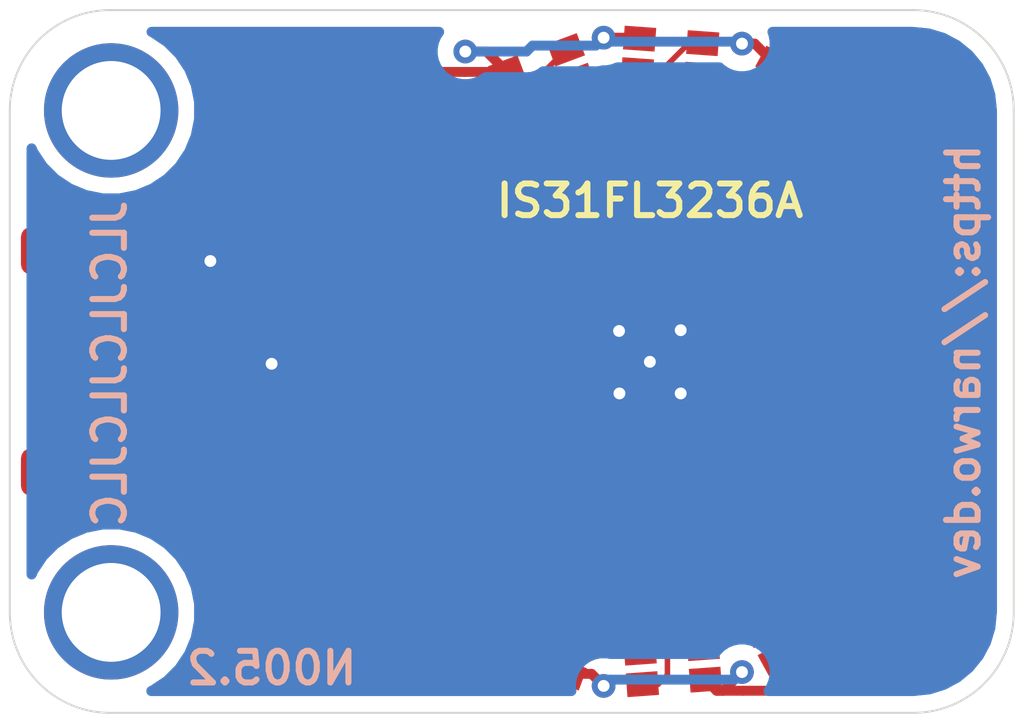
<source format=kicad_pcb>
(kicad_pcb (version 20171130) (host pcbnew "(5.1.6-0-10_14)")

  (general
    (thickness 1.6)
    (drawings 16)
    (tracks 247)
    (zones 0)
    (modules 23)
    (nets 44)
  )

  (page A4)
  (title_block
    (title Plink)
    (date 2020-05-19)
    (rev v1.0)
    (company "(C) Mark Olsson <mark@markolsson.se>")
  )

  (layers
    (0 F.Cu signal)
    (31 B.Cu signal)
    (32 B.Adhes user hide)
    (33 F.Adhes user hide)
    (34 B.Paste user hide)
    (35 F.Paste user hide)
    (36 B.SilkS user)
    (37 F.SilkS user)
    (38 B.Mask user hide)
    (39 F.Mask user hide)
    (40 Dwgs.User user hide)
    (41 Cmts.User user hide)
    (42 Eco1.User user hide)
    (43 Eco2.User user hide)
    (44 Edge.Cuts user)
    (45 Margin user hide)
    (46 B.CrtYd user hide)
    (47 F.CrtYd user hide)
    (48 B.Fab user hide)
    (49 F.Fab user)
  )

  (setup
    (last_trace_width 0.25)
    (user_trace_width 0.14)
    (user_trace_width 0.5)
    (trace_clearance 0.16)
    (zone_clearance 0.4)
    (zone_45_only no)
    (trace_min 0.127)
    (via_size 0.8)
    (via_drill 0.4)
    (via_min_size 0.6)
    (via_min_drill 0.3)
    (user_via 0.6 0.3)
    (user_via 1 0.6)
    (uvia_size 0.3)
    (uvia_drill 0.1)
    (uvias_allowed no)
    (uvia_min_size 0.2)
    (uvia_min_drill 0.1)
    (edge_width 0.15)
    (segment_width 0.2)
    (pcb_text_width 0.3)
    (pcb_text_size 1.5 1.5)
    (mod_edge_width 0.15)
    (mod_text_size 1 1)
    (mod_text_width 0.15)
    (pad_size 3.4 3.4)
    (pad_drill 2.5)
    (pad_to_mask_clearance 0)
    (aux_axis_origin 0 0)
    (visible_elements 7FFFFE7F)
    (pcbplotparams
      (layerselection 0x010fc_ffffffff)
      (usegerberextensions false)
      (usegerberattributes false)
      (usegerberadvancedattributes false)
      (creategerberjobfile false)
      (excludeedgelayer true)
      (linewidth 0.100000)
      (plotframeref false)
      (viasonmask false)
      (mode 1)
      (useauxorigin false)
      (hpglpennumber 1)
      (hpglpenspeed 20)
      (hpglpendiameter 15.000000)
      (psnegative false)
      (psa4output false)
      (plotreference true)
      (plotvalue true)
      (plotinvisibletext false)
      (padsonsilk false)
      (subtractmaskfromsilk false)
      (outputformat 1)
      (mirror false)
      (drillshape 0)
      (scaleselection 1)
      (outputdirectory "/Users/mark/Desktop/JLC Orders/N005.2-Qwiic-IS31FL3236A"))
  )

  (net 0 "")
  (net 1 GND)
  (net 2 +3V3)
  (net 3 /SCL)
  (net 4 /SDA)
  (net 5 "Net-(D1-Pad2)")
  (net 6 "Net-(R2-Pad2)")
  (net 7 "Net-(R3-Pad1)")
  (net 8 /P02)
  (net 9 /P03)
  (net 10 /P01)
  (net 11 /P36)
  (net 12 /P35)
  (net 13 /P34)
  (net 14 /P33)
  (net 15 /P32)
  (net 16 /P31)
  (net 17 /P30)
  (net 18 /P29)
  (net 19 /P28)
  (net 20 /P27)
  (net 21 /P26)
  (net 22 /P25)
  (net 23 /P24)
  (net 24 /P23)
  (net 25 /P22)
  (net 26 /P21)
  (net 27 /P20)
  (net 28 /P19)
  (net 29 /P18)
  (net 30 /P17)
  (net 31 /P16)
  (net 32 /P15)
  (net 33 /P14)
  (net 34 /P13)
  (net 35 /P12)
  (net 36 /P11)
  (net 37 /P10)
  (net 38 /P09)
  (net 39 /P08)
  (net 40 /P07)
  (net 41 /P06)
  (net 42 /P05)
  (net 43 /P04)

  (net_class Default "Dies ist die voreingestellte Netzklasse."
    (clearance 0.16)
    (trace_width 0.25)
    (via_dia 0.8)
    (via_drill 0.4)
    (uvia_dia 0.3)
    (uvia_drill 0.1)
    (add_net +3V3)
    (add_net /P01)
    (add_net /P02)
    (add_net /P03)
    (add_net /P04)
    (add_net /P05)
    (add_net /P06)
    (add_net /P07)
    (add_net /P08)
    (add_net /P09)
    (add_net /P10)
    (add_net /P11)
    (add_net /P12)
    (add_net /P13)
    (add_net /P14)
    (add_net /P15)
    (add_net /P16)
    (add_net /P17)
    (add_net /P18)
    (add_net /P19)
    (add_net /P20)
    (add_net /P21)
    (add_net /P22)
    (add_net /P23)
    (add_net /P24)
    (add_net /P25)
    (add_net /P26)
    (add_net /P27)
    (add_net /P28)
    (add_net /P29)
    (add_net /P30)
    (add_net /P31)
    (add_net /P32)
    (add_net /P33)
    (add_net /P34)
    (add_net /P35)
    (add_net /P36)
    (add_net /SCL)
    (add_net /SDA)
    (add_net GND)
    (add_net "Net-(D1-Pad2)")
    (add_net "Net-(R2-Pad2)")
    (add_net "Net-(R3-Pad1)")
  )

  (module 01_Packages:QFN_40_5x5_0.8_Thermal (layer F.Cu) (tedit 5F3B0DCD) (tstamp 5F2E38DF)
    (at 41.57 34.3 90)
    (path /5F3001DA)
    (fp_text reference U1 (at 0 -0.15 90 unlocked) (layer F.Fab)
      (effects (font (size 0.2 0.2) (thickness 0.02)))
    )
    (fp_text value IS31FL3236A (at 0 0.25 90 unlocked) (layer F.Fab)
      (effects (font (size 0.2 0.2) (thickness 0.02)))
    )
    (fp_poly (pts (xy -0.770128 -0.77) (xy 0.77 -0.77) (xy 0.77 0.770128) (xy -0.770128 0.770128)) (layer F.Paste) (width 0.01))
    (fp_line (start -3.12 3.12) (end -3.12 -3.12) (layer F.CrtYd) (width 0.05))
    (fp_line (start 3.12 3.12) (end -3.12 3.12) (layer F.CrtYd) (width 0.05))
    (fp_line (start 3.12 -3.12) (end 3.12 3.12) (layer F.CrtYd) (width 0.05))
    (fp_line (start -3.12 -3.12) (end 3.12 -3.12) (layer F.CrtYd) (width 0.05))
    (fp_line (start -2.55 2.55) (end -2.55 -2.3) (layer F.Fab) (width 0.05))
    (fp_line (start 2.55 2.55) (end -2.55 2.55) (layer F.Fab) (width 0.05))
    (fp_line (start 2.55 -2.55) (end 2.55 2.55) (layer F.Fab) (width 0.05))
    (fp_line (start -2.3 -2.55) (end 2.55 -2.55) (layer F.Fab) (width 0.05))
    (fp_line (start -2.55 -2.3) (end -2.3 -2.55) (layer F.Fab) (width 0.05))
    (pad 45 smd rect (at 0 0 90) (size 2.45 2.45) (layers F.Cu F.Mask)
      (net 1 GND))
    (pad 44 smd rect (at -2 -2.545 90) (size 0.22 0.64) (layers F.Cu F.Paste F.Mask)
      (net 8 /P02))
    (pad 43 smd rect (at -1.6 -2.545 90) (size 0.22 0.64) (layers F.Cu F.Paste F.Mask)
      (net 10 /P01))
    (pad 42 smd rect (at -1.2 -2.545 90) (size 0.22 0.64) (layers F.Cu F.Paste F.Mask)
      (net 3 /SCL))
    (pad 41 smd rect (at -0.8 -2.545 90) (size 0.22 0.64) (layers F.Cu F.Paste F.Mask)
      (net 4 /SDA))
    (pad 40 smd rect (at -0.4 -2.545 90) (size 0.22 0.64) (layers F.Cu F.Paste F.Mask)
      (net 6 "Net-(R2-Pad2)"))
    (pad 39 smd rect (at 0 -2.545 90) (size 0.22 0.64) (layers F.Cu F.Paste F.Mask)
      (net 1 GND))
    (pad 38 smd rect (at 0.4 -2.545 90) (size 0.22 0.64) (layers F.Cu F.Paste F.Mask)
      (net 2 +3V3))
    (pad 37 smd rect (at 0.8 -2.545 90) (size 0.22 0.64) (layers F.Cu F.Paste F.Mask)
      (net 1 GND))
    (pad 36 smd rect (at 1.2 -2.545 90) (size 0.22 0.64) (layers F.Cu F.Paste F.Mask)
      (net 7 "Net-(R3-Pad1)"))
    (pad 35 smd rect (at 1.6 -2.545 90) (size 0.22 0.64) (layers F.Cu F.Paste F.Mask)
      (net 11 /P36))
    (pad 34 smd rect (at 2 -2.545 90) (size 0.22 0.64) (layers F.Cu F.Paste F.Mask)
      (net 12 /P35))
    (pad 33 smd rect (at 2.545 -2 90) (size 0.64 0.22) (layers F.Cu F.Paste F.Mask)
      (net 13 /P34))
    (pad 32 smd rect (at 2.545 -1.6 90) (size 0.64 0.22) (layers F.Cu F.Paste F.Mask)
      (net 14 /P33))
    (pad 31 smd rect (at 2.545 -1.2 90) (size 0.64 0.22) (layers F.Cu F.Paste F.Mask)
      (net 15 /P32))
    (pad 30 smd rect (at 2.545 -0.8 90) (size 0.64 0.22) (layers F.Cu F.Paste F.Mask)
      (net 16 /P31))
    (pad 29 smd rect (at 2.545 -0.4 90) (size 0.64 0.22) (layers F.Cu F.Paste F.Mask)
      (net 17 /P30))
    (pad 28 smd rect (at 2.545 0 90) (size 0.64 0.22) (layers F.Cu F.Paste F.Mask)
      (net 18 /P29))
    (pad 27 smd rect (at 2.545 0.4 90) (size 0.64 0.22) (layers F.Cu F.Paste F.Mask)
      (net 19 /P28))
    (pad 26 smd rect (at 2.545 0.8 90) (size 0.64 0.22) (layers F.Cu F.Paste F.Mask)
      (net 20 /P27))
    (pad 25 smd rect (at 2.545 1.2 90) (size 0.64 0.22) (layers F.Cu F.Paste F.Mask)
      (net 21 /P26))
    (pad 24 smd rect (at 2.545 1.6 90) (size 0.64 0.22) (layers F.Cu F.Paste F.Mask)
      (net 22 /P25))
    (pad 23 smd rect (at 2.545 2 90) (size 0.64 0.22) (layers F.Cu F.Paste F.Mask)
      (net 23 /P24))
    (pad 22 smd rect (at 2 2.545 90) (size 0.22 0.64) (layers F.Cu F.Paste F.Mask)
      (net 24 /P23))
    (pad 21 smd rect (at 1.6 2.545 90) (size 0.22 0.64) (layers F.Cu F.Paste F.Mask)
      (net 25 /P22))
    (pad 20 smd rect (at 1.2 2.545 90) (size 0.22 0.64) (layers F.Cu F.Paste F.Mask)
      (net 26 /P21))
    (pad 19 smd rect (at 0.8 2.545 90) (size 0.22 0.64) (layers F.Cu F.Paste F.Mask)
      (net 27 /P20))
    (pad 18 smd rect (at 0.4 2.545 90) (size 0.22 0.64) (layers F.Cu F.Paste F.Mask)
      (net 28 /P19))
    (pad 17 smd rect (at 0 2.545 90) (size 0.22 0.64) (layers F.Cu F.Paste F.Mask)
      (net 1 GND))
    (pad 16 smd rect (at -0.4 2.545 90) (size 0.22 0.64) (layers F.Cu F.Paste F.Mask)
      (net 29 /P18))
    (pad 15 smd rect (at -0.8 2.545 90) (size 0.22 0.64) (layers F.Cu F.Paste F.Mask)
      (net 30 /P17))
    (pad 14 smd rect (at -1.2 2.545 90) (size 0.22 0.64) (layers F.Cu F.Paste F.Mask)
      (net 31 /P16))
    (pad 13 smd rect (at -1.6 2.545 90) (size 0.22 0.64) (layers F.Cu F.Paste F.Mask)
      (net 32 /P15))
    (pad 12 smd rect (at -2 2.545 90) (size 0.22 0.64) (layers F.Cu F.Paste F.Mask)
      (net 33 /P14))
    (pad 11 smd rect (at -2.545 2 90) (size 0.64 0.22) (layers F.Cu F.Paste F.Mask)
      (net 34 /P13))
    (pad 10 smd rect (at -2.545 1.6 90) (size 0.64 0.22) (layers F.Cu F.Paste F.Mask)
      (net 35 /P12))
    (pad 9 smd rect (at -2.545 1.2 90) (size 0.64 0.22) (layers F.Cu F.Paste F.Mask)
      (net 36 /P11))
    (pad 8 smd rect (at -2.545 0.8 90) (size 0.64 0.22) (layers F.Cu F.Paste F.Mask)
      (net 37 /P10))
    (pad 7 smd rect (at -2.545 0.4 90) (size 0.64 0.22) (layers F.Cu F.Paste F.Mask)
      (net 38 /P09))
    (pad 6 smd rect (at -2.545 0 90) (size 0.64 0.22) (layers F.Cu F.Paste F.Mask)
      (net 39 /P08))
    (pad 5 smd rect (at -2.545 -0.4 90) (size 0.64 0.22) (layers F.Cu F.Paste F.Mask)
      (net 40 /P07))
    (pad 4 smd rect (at -2.545 -0.8 90) (size 0.64 0.22) (layers F.Cu F.Paste F.Mask)
      (net 41 /P06))
    (pad 3 smd rect (at -2.545 -1.2 90) (size 0.64 0.22) (layers F.Cu F.Paste F.Mask)
      (net 42 /P05))
    (pad 2 smd rect (at -2.545 -1.6 90) (size 0.64 0.22) (layers F.Cu F.Paste F.Mask)
      (net 43 /P04))
    (pad 1 smd rect (at -2.545 -2 90) (size 0.64 0.22) (layers F.Cu F.Paste F.Mask)
      (net 9 /P03))
    (model "/Users/mark/sdks/kicad/korgis/packages3d/QFN-44 (8x8x0.9).step"
      (at (xyz 0 0 0))
      (scale (xyz 0.62 0.62 0.62))
      (rotate (xyz 0 0 0))
    )
  )

  (module 01_Connectors:MountingHole_M2.5 (layer F.Cu) (tedit 5F3B0BEF) (tstamp 5F2E8E68)
    (at 27.94 40.64)
    (path /5F2F0A46)
    (attr virtual)
    (fp_text reference H3 (at 0 0 unlocked) (layer F.Fab)
      (effects (font (size 0.2 0.2) (thickness 0.02)))
    )
    (fp_text value MountingHole (at 0 0.3 unlocked) (layer F.Fab) hide
      (effects (font (size 0.2 0.2) (thickness 0.02)))
    )
    (fp_circle (center 0 0) (end 1.9 0) (layer F.CrtYd) (width 0.05))
    (fp_circle (center 0 0) (end 1.7 0) (layer F.Fab) (width 0.05))
    (pad 1 thru_hole circle (at 0 0) (size 3.4 3.4) (drill 2.5) (layers *.Cu *.Mask))
  )

  (module 01_Passives:R_0603 (layer F.Cu) (tedit 5F3BEBCD) (tstamp 5F2E8078)
    (at 34.7 37.8 35)
    (tags resistor)
    (path /5F590DA0)
    (attr smd)
    (fp_text reference R5 (at 0 -0.15 35 unlocked) (layer F.Fab)
      (effects (font (size 0.2 0.2) (thickness 0.02)))
    )
    (fp_text value 10k (at 0 0.2 35 unlocked) (layer F.Fab)
      (effects (font (size 0.2 0.2) (thickness 0.02)))
    )
    (fp_line (start -0.8 0.4) (end -0.8 -0.4) (layer F.Fab) (width 0.05))
    (fp_line (start -0.8 -0.4) (end 0.8 -0.4) (layer F.Fab) (width 0.05))
    (fp_line (start 0.8 -0.4) (end 0.8 0.4) (layer F.Fab) (width 0.05))
    (fp_line (start 0.8 0.4) (end -0.8 0.4) (layer F.Fab) (width 0.05))
    (fp_line (start -1.48 0.73) (end -1.48 -0.73) (layer F.CrtYd) (width 0.05))
    (fp_line (start -1.48 -0.73) (end 1.48 -0.73) (layer F.CrtYd) (width 0.05))
    (fp_line (start 1.48 -0.73) (end 1.48 0.73) (layer F.CrtYd) (width 0.05))
    (fp_line (start 1.48 0.73) (end -1.48 0.73) (layer F.CrtYd) (width 0.05))
    (fp_text user 0603 (at 0 -0.6 35 unlocked) (layer F.Fab)
      (effects (font (size 0.2 0.2) (thickness 0.02)))
    )
    (pad 2 smd roundrect (at 0.7875 0 35) (size 0.875 0.95) (layers F.Cu F.Paste F.Mask) (roundrect_rratio 0.25)
      (net 3 /SCL))
    (pad 1 smd roundrect (at -0.7875 0 35) (size 0.875 0.95) (layers F.Cu F.Paste F.Mask) (roundrect_rratio 0.25)
      (net 2 +3V3))
    (model ${KISYS3DMOD}/Resistor_SMD.3dshapes/R_0603_1608Metric.wrl
      (at (xyz 0 0 0))
      (scale (xyz 1 1 1))
      (rotate (xyz 0 0 0))
    )
  )

  (module 01_Passives:R_0603 (layer F.Cu) (tedit 5F3BEBCD) (tstamp 5F2E806A)
    (at 34.1 36.1 27.5)
    (tags resistor)
    (path /5F590662)
    (attr smd)
    (fp_text reference R4 (at 0 -0.15 27.5 unlocked) (layer F.Fab)
      (effects (font (size 0.2 0.2) (thickness 0.02)))
    )
    (fp_text value 10k (at 0 0.2 27.5 unlocked) (layer F.Fab)
      (effects (font (size 0.2 0.2) (thickness 0.02)))
    )
    (fp_line (start -0.8 0.4) (end -0.8 -0.4) (layer F.Fab) (width 0.05))
    (fp_line (start -0.8 -0.4) (end 0.8 -0.4) (layer F.Fab) (width 0.05))
    (fp_line (start 0.8 -0.4) (end 0.8 0.4) (layer F.Fab) (width 0.05))
    (fp_line (start 0.8 0.4) (end -0.8 0.4) (layer F.Fab) (width 0.05))
    (fp_line (start -1.48 0.73) (end -1.48 -0.73) (layer F.CrtYd) (width 0.05))
    (fp_line (start -1.48 -0.73) (end 1.48 -0.73) (layer F.CrtYd) (width 0.05))
    (fp_line (start 1.48 -0.73) (end 1.48 0.73) (layer F.CrtYd) (width 0.05))
    (fp_line (start 1.48 0.73) (end -1.48 0.73) (layer F.CrtYd) (width 0.05))
    (fp_text user 0603 (at 0 -0.6 27.5 unlocked) (layer F.Fab)
      (effects (font (size 0.2 0.2) (thickness 0.02)))
    )
    (pad 2 smd roundrect (at 0.7875 0 27.5) (size 0.875 0.95) (layers F.Cu F.Paste F.Mask) (roundrect_rratio 0.25)
      (net 4 /SDA))
    (pad 1 smd roundrect (at -0.7875 0 27.5) (size 0.875 0.95) (layers F.Cu F.Paste F.Mask) (roundrect_rratio 0.25)
      (net 2 +3V3))
    (model ${KISYS3DMOD}/Resistor_SMD.3dshapes/R_0603_1608Metric.wrl
      (at (xyz 0 0 0))
      (scale (xyz 1 1 1))
      (rotate (xyz 0 0 0))
    )
  )

  (module 01_Passives:R_0603 (layer F.Cu) (tedit 5F3BEBCD) (tstamp 5F2E79AB)
    (at 34.65 30.9 145)
    (tags resistor)
    (path /5F3E9BB6)
    (attr smd)
    (fp_text reference R3 (at 0 -0.15 145 unlocked) (layer F.Fab)
      (effects (font (size 0.2 0.2) (thickness 0.02)))
    )
    (fp_text value 100k (at 0 0.2 145 unlocked) (layer F.Fab)
      (effects (font (size 0.2 0.2) (thickness 0.02)))
    )
    (fp_line (start -0.8 0.4) (end -0.8 -0.4) (layer F.Fab) (width 0.05))
    (fp_line (start -0.8 -0.4) (end 0.8 -0.4) (layer F.Fab) (width 0.05))
    (fp_line (start 0.8 -0.4) (end 0.8 0.4) (layer F.Fab) (width 0.05))
    (fp_line (start 0.8 0.4) (end -0.8 0.4) (layer F.Fab) (width 0.05))
    (fp_line (start -1.48 0.73) (end -1.48 -0.73) (layer F.CrtYd) (width 0.05))
    (fp_line (start -1.48 -0.73) (end 1.48 -0.73) (layer F.CrtYd) (width 0.05))
    (fp_line (start 1.48 -0.73) (end 1.48 0.73) (layer F.CrtYd) (width 0.05))
    (fp_line (start 1.48 0.73) (end -1.48 0.73) (layer F.CrtYd) (width 0.05))
    (fp_text user 0603 (at 0 -0.6 145 unlocked) (layer F.Fab)
      (effects (font (size 0.2 0.2) (thickness 0.02)))
    )
    (pad 2 smd roundrect (at 0.7875 0 145) (size 0.875 0.95) (layers F.Cu F.Paste F.Mask) (roundrect_rratio 0.25)
      (net 2 +3V3))
    (pad 1 smd roundrect (at -0.7875 0 145) (size 0.875 0.95) (layers F.Cu F.Paste F.Mask) (roundrect_rratio 0.25)
      (net 7 "Net-(R3-Pad1)"))
    (model ${KISYS3DMOD}/Resistor_SMD.3dshapes/R_0603_1608Metric.wrl
      (at (xyz 0 0 0))
      (scale (xyz 1 1 1))
      (rotate (xyz 0 0 0))
    )
  )

  (module 01_Passives:R_0603 (layer F.Cu) (tedit 5F3BEBCD) (tstamp 5F2E799D)
    (at 33.8 34.3)
    (tags resistor)
    (path /5F3EB282)
    (attr smd)
    (fp_text reference R2 (at 0 -0.15 unlocked) (layer F.Fab)
      (effects (font (size 0.2 0.2) (thickness 0.02)))
    )
    (fp_text value 3.3k (at 0 0.2 unlocked) (layer F.Fab)
      (effects (font (size 0.2 0.2) (thickness 0.02)))
    )
    (fp_line (start -0.8 0.4) (end -0.8 -0.4) (layer F.Fab) (width 0.05))
    (fp_line (start -0.8 -0.4) (end 0.8 -0.4) (layer F.Fab) (width 0.05))
    (fp_line (start 0.8 -0.4) (end 0.8 0.4) (layer F.Fab) (width 0.05))
    (fp_line (start 0.8 0.4) (end -0.8 0.4) (layer F.Fab) (width 0.05))
    (fp_line (start -1.48 0.73) (end -1.48 -0.73) (layer F.CrtYd) (width 0.05))
    (fp_line (start -1.48 -0.73) (end 1.48 -0.73) (layer F.CrtYd) (width 0.05))
    (fp_line (start 1.48 -0.73) (end 1.48 0.73) (layer F.CrtYd) (width 0.05))
    (fp_line (start 1.48 0.73) (end -1.48 0.73) (layer F.CrtYd) (width 0.05))
    (fp_text user 0603 (at 0 -0.6 unlocked) (layer F.Fab)
      (effects (font (size 0.2 0.2) (thickness 0.02)))
    )
    (pad 2 smd roundrect (at 0.7875 0) (size 0.875 0.95) (layers F.Cu F.Paste F.Mask) (roundrect_rratio 0.25)
      (net 6 "Net-(R2-Pad2)"))
    (pad 1 smd roundrect (at -0.7875 0) (size 0.875 0.95) (layers F.Cu F.Paste F.Mask) (roundrect_rratio 0.25)
      (net 1 GND))
    (model ${KISYS3DMOD}/Resistor_SMD.3dshapes/R_0603_1608Metric.wrl
      (at (xyz 0 0 0))
      (scale (xyz 1 1 1))
      (rotate (xyz 0 0 0))
    )
  )

  (module 01_Passives:LED_2020_RGBA (layer F.Cu) (tedit 5F3BEBAA) (tstamp 5F2E58A9)
    (at 36.1 28.83 45)
    (descr C108793)
    (path /5F4AB567)
    (attr smd)
    (fp_text reference D13 (at 0 -0.5 45 unlocked) (layer F.Fab)
      (effects (font (size 0.2 0.2) (thickness 0.02)))
    )
    (fp_text value RBAG (at 0 0.5 45 unlocked) (layer F.Fab)
      (effects (font (size 0.2 0.2) (thickness 0.02)))
    )
    (fp_line (start 0.6 0.8) (end 0.8 0.6) (layer F.Fab) (width 0.05))
    (fp_line (start -0.2 -0.2) (end -0.2 0.2) (layer F.Fab) (width 0.05))
    (fp_line (start -0.15 0) (end 0.15 -0.2) (layer F.Fab) (width 0.05))
    (fp_line (start 0.15 0.2) (end -0.15 0) (layer F.Fab) (width 0.05))
    (fp_line (start 0.15 -0.2) (end 0.15 0.2) (layer F.Fab) (width 0.05))
    (fp_line (start 0.6 0.8) (end -0.8 0.8) (layer F.Fab) (width 0.05))
    (fp_line (start 0.8 -0.8) (end 0.8 0.6) (layer F.Fab) (width 0.05))
    (fp_line (start -0.8 -0.8) (end 0.8 -0.8) (layer F.Fab) (width 0.05))
    (fp_line (start -0.8 0.8) (end -0.8 -0.8) (layer F.Fab) (width 0.05))
    (fp_line (start 1.45 -1.05) (end 1.45 1.05) (layer F.CrtYd) (width 0.05))
    (fp_line (start 1.45 1.05) (end -1.45 1.05) (layer F.CrtYd) (width 0.05))
    (fp_line (start -1.45 1.05) (end -1.45 -1.05) (layer F.CrtYd) (width 0.05))
    (fp_line (start -1.45 -1.05) (end 1.45 -1.05) (layer F.CrtYd) (width 0.05))
    (fp_text user 2020 (at 0.6 0 315 unlocked) (layer F.Fab)
      (effects (font (size 0.2 0.2) (thickness 0.02)))
    )
    (pad 1 smd rect (at 0.8 0.4 225) (size 0.8 0.6) (layers F.Cu F.Paste F.Mask)
      (net 13 /P34))
    (pad 2 smd rect (at -0.8 0.4 225) (size 0.8 0.6) (layers F.Cu F.Paste F.Mask)
      (net 11 /P36))
    (pad 4 smd rect (at 0.8 -0.4 225) (size 0.8 0.6) (layers F.Cu F.Paste F.Mask)
      (net 12 /P35))
    (pad 3 smd rect (at -0.8 -0.4 225) (size 0.8 0.6) (layers F.Cu F.Paste F.Mask)
      (net 2 +3V3))
    (model /Users/mark/sdks/kicad/korgis/packages3d/FOSHAN-FM-B2020RGBA-HG.step
      (at (xyz 0 0 0))
      (scale (xyz 0.8 0.8 0.8))
      (rotate (xyz -90 0 90))
    )
  )

  (module 01_Passives:LED_2020_RGBA (layer F.Cu) (tedit 5F3BEBAA) (tstamp 5F2E589A)
    (at 38.84 27.06 20.5)
    (descr C108793)
    (path /5F4AB55D)
    (attr smd)
    (fp_text reference D12 (at 0 -0.5 20.5 unlocked) (layer F.Fab)
      (effects (font (size 0.2 0.2) (thickness 0.02)))
    )
    (fp_text value RBAG (at 0 0.5 20.5 unlocked) (layer F.Fab)
      (effects (font (size 0.2 0.2) (thickness 0.02)))
    )
    (fp_line (start 0.6 0.8) (end 0.8 0.6) (layer F.Fab) (width 0.05))
    (fp_line (start -0.2 -0.2) (end -0.2 0.2) (layer F.Fab) (width 0.05))
    (fp_line (start -0.15 0) (end 0.15 -0.2) (layer F.Fab) (width 0.05))
    (fp_line (start 0.15 0.2) (end -0.15 0) (layer F.Fab) (width 0.05))
    (fp_line (start 0.15 -0.2) (end 0.15 0.2) (layer F.Fab) (width 0.05))
    (fp_line (start 0.6 0.8) (end -0.8 0.8) (layer F.Fab) (width 0.05))
    (fp_line (start 0.8 -0.8) (end 0.8 0.6) (layer F.Fab) (width 0.05))
    (fp_line (start -0.8 -0.8) (end 0.8 -0.8) (layer F.Fab) (width 0.05))
    (fp_line (start -0.8 0.8) (end -0.8 -0.8) (layer F.Fab) (width 0.05))
    (fp_line (start 1.45 -1.05) (end 1.45 1.05) (layer F.CrtYd) (width 0.05))
    (fp_line (start 1.45 1.05) (end -1.45 1.05) (layer F.CrtYd) (width 0.05))
    (fp_line (start -1.45 1.05) (end -1.45 -1.05) (layer F.CrtYd) (width 0.05))
    (fp_line (start -1.45 -1.05) (end 1.45 -1.05) (layer F.CrtYd) (width 0.05))
    (fp_text user 2020 (at 0.6 0 290.5 unlocked) (layer F.Fab)
      (effects (font (size 0.2 0.2) (thickness 0.02)))
    )
    (pad 1 smd rect (at 0.8 0.4 200.5) (size 0.8 0.6) (layers F.Cu F.Paste F.Mask)
      (net 16 /P31))
    (pad 2 smd rect (at -0.8 0.4 200.5) (size 0.8 0.6) (layers F.Cu F.Paste F.Mask)
      (net 14 /P33))
    (pad 4 smd rect (at 0.8 -0.4 200.5) (size 0.8 0.6) (layers F.Cu F.Paste F.Mask)
      (net 15 /P32))
    (pad 3 smd rect (at -0.8 -0.4 200.5) (size 0.8 0.6) (layers F.Cu F.Paste F.Mask)
      (net 2 +3V3))
    (model /Users/mark/sdks/kicad/korgis/packages3d/FOSHAN-FM-B2020RGBA-HG.step
      (at (xyz 0 0 0))
      (scale (xyz 0.8 0.8 0.8))
      (rotate (xyz -90 0 90))
    )
  )

  (module 01_Passives:LED_2020_RGBA (layer F.Cu) (tedit 5F3BEBAA) (tstamp 5F2E588B)
    (at 42.08 26.58 355.9)
    (descr C108793)
    (path /5F4AB553)
    (attr smd)
    (fp_text reference D11 (at 0 -0.5 355.9 unlocked) (layer F.Fab)
      (effects (font (size 0.2 0.2) (thickness 0.02)))
    )
    (fp_text value RBAG (at 0 0.5 355.9 unlocked) (layer F.Fab)
      (effects (font (size 0.2 0.2) (thickness 0.02)))
    )
    (fp_line (start 0.6 0.8) (end 0.8 0.6) (layer F.Fab) (width 0.05))
    (fp_line (start -0.2 -0.2) (end -0.2 0.2) (layer F.Fab) (width 0.05))
    (fp_line (start -0.15 0) (end 0.15 -0.2) (layer F.Fab) (width 0.05))
    (fp_line (start 0.15 0.2) (end -0.15 0) (layer F.Fab) (width 0.05))
    (fp_line (start 0.15 -0.2) (end 0.15 0.2) (layer F.Fab) (width 0.05))
    (fp_line (start 0.6 0.8) (end -0.8 0.8) (layer F.Fab) (width 0.05))
    (fp_line (start 0.8 -0.8) (end 0.8 0.6) (layer F.Fab) (width 0.05))
    (fp_line (start -0.8 -0.8) (end 0.8 -0.8) (layer F.Fab) (width 0.05))
    (fp_line (start -0.8 0.8) (end -0.8 -0.8) (layer F.Fab) (width 0.05))
    (fp_line (start 1.45 -1.05) (end 1.45 1.05) (layer F.CrtYd) (width 0.05))
    (fp_line (start 1.45 1.05) (end -1.45 1.05) (layer F.CrtYd) (width 0.05))
    (fp_line (start -1.45 1.05) (end -1.45 -1.05) (layer F.CrtYd) (width 0.05))
    (fp_line (start -1.45 -1.05) (end 1.45 -1.05) (layer F.CrtYd) (width 0.05))
    (fp_text user 2020 (at 0.6 0 265.9 unlocked) (layer F.Fab)
      (effects (font (size 0.2 0.2) (thickness 0.02)))
    )
    (pad 1 smd rect (at 0.8 0.4 175.9) (size 0.8 0.6) (layers F.Cu F.Paste F.Mask)
      (net 19 /P28))
    (pad 2 smd rect (at -0.8 0.4 175.9) (size 0.8 0.6) (layers F.Cu F.Paste F.Mask)
      (net 17 /P30))
    (pad 4 smd rect (at 0.8 -0.4 175.9) (size 0.8 0.6) (layers F.Cu F.Paste F.Mask)
      (net 18 /P29))
    (pad 3 smd rect (at -0.8 -0.4 175.9) (size 0.8 0.6) (layers F.Cu F.Paste F.Mask)
      (net 2 +3V3))
    (model /Users/mark/sdks/kicad/korgis/packages3d/FOSHAN-FM-B2020RGBA-HG.step
      (at (xyz 0 0 0))
      (scale (xyz 0.8 0.8 0.8))
      (rotate (xyz -90 0 90))
    )
  )

  (module 01_Passives:LED_2020_RGBA (layer F.Cu) (tedit 5F3BEBAA) (tstamp 5F2EB056)
    (at 45.24 27.49 331.4)
    (descr C108793)
    (path /5F4AB549)
    (attr smd)
    (fp_text reference D10 (at 0 -0.5 331.4 unlocked) (layer F.Fab)
      (effects (font (size 0.2 0.2) (thickness 0.02)))
    )
    (fp_text value RBAG (at 0 0.5 331.4 unlocked) (layer F.Fab)
      (effects (font (size 0.2 0.2) (thickness 0.02)))
    )
    (fp_line (start 0.6 0.8) (end 0.8 0.6) (layer F.Fab) (width 0.05))
    (fp_line (start -0.2 -0.2) (end -0.2 0.2) (layer F.Fab) (width 0.05))
    (fp_line (start -0.15 0) (end 0.15 -0.2) (layer F.Fab) (width 0.05))
    (fp_line (start 0.15 0.2) (end -0.15 0) (layer F.Fab) (width 0.05))
    (fp_line (start 0.15 -0.2) (end 0.15 0.2) (layer F.Fab) (width 0.05))
    (fp_line (start 0.6 0.8) (end -0.8 0.8) (layer F.Fab) (width 0.05))
    (fp_line (start 0.8 -0.8) (end 0.8 0.6) (layer F.Fab) (width 0.05))
    (fp_line (start -0.8 -0.8) (end 0.8 -0.8) (layer F.Fab) (width 0.05))
    (fp_line (start -0.8 0.8) (end -0.8 -0.8) (layer F.Fab) (width 0.05))
    (fp_line (start 1.45 -1.05) (end 1.45 1.05) (layer F.CrtYd) (width 0.05))
    (fp_line (start 1.45 1.05) (end -1.45 1.05) (layer F.CrtYd) (width 0.05))
    (fp_line (start -1.45 1.05) (end -1.45 -1.05) (layer F.CrtYd) (width 0.05))
    (fp_line (start -1.45 -1.05) (end 1.45 -1.05) (layer F.CrtYd) (width 0.05))
    (fp_text user 2020 (at 0.6 0 241.4 unlocked) (layer F.Fab)
      (effects (font (size 0.2 0.2) (thickness 0.02)))
    )
    (pad 1 smd rect (at 0.8 0.4 151.4) (size 0.8 0.6) (layers F.Cu F.Paste F.Mask)
      (net 22 /P25))
    (pad 2 smd rect (at -0.8 0.4 151.4) (size 0.8 0.6) (layers F.Cu F.Paste F.Mask)
      (net 20 /P27))
    (pad 4 smd rect (at 0.8 -0.4 151.4) (size 0.8 0.6) (layers F.Cu F.Paste F.Mask)
      (net 21 /P26))
    (pad 3 smd rect (at -0.8 -0.4 151.4) (size 0.8 0.6) (layers F.Cu F.Paste F.Mask)
      (net 2 +3V3))
    (model /Users/mark/sdks/kicad/korgis/packages3d/FOSHAN-FM-B2020RGBA-HG.step
      (at (xyz 0 0 0))
      (scale (xyz 0.8 0.8 0.8))
      (rotate (xyz -90 0 90))
    )
  )

  (module 01_Passives:LED_2020_RGBA (layer F.Cu) (tedit 5F3BEBAA) (tstamp 5F2E586D)
    (at 47.74 29.64 306.8)
    (descr C108793)
    (path /5F4AB53F)
    (attr smd)
    (fp_text reference D9 (at 0 -0.5 306.8 unlocked) (layer F.Fab)
      (effects (font (size 0.2 0.2) (thickness 0.02)))
    )
    (fp_text value RBAG (at 0 0.5 306.8 unlocked) (layer F.Fab)
      (effects (font (size 0.2 0.2) (thickness 0.02)))
    )
    (fp_line (start 0.6 0.8) (end 0.8 0.6) (layer F.Fab) (width 0.05))
    (fp_line (start -0.2 -0.2) (end -0.2 0.2) (layer F.Fab) (width 0.05))
    (fp_line (start -0.15 0) (end 0.15 -0.2) (layer F.Fab) (width 0.05))
    (fp_line (start 0.15 0.2) (end -0.15 0) (layer F.Fab) (width 0.05))
    (fp_line (start 0.15 -0.2) (end 0.15 0.2) (layer F.Fab) (width 0.05))
    (fp_line (start 0.6 0.8) (end -0.8 0.8) (layer F.Fab) (width 0.05))
    (fp_line (start 0.8 -0.8) (end 0.8 0.6) (layer F.Fab) (width 0.05))
    (fp_line (start -0.8 -0.8) (end 0.8 -0.8) (layer F.Fab) (width 0.05))
    (fp_line (start -0.8 0.8) (end -0.8 -0.8) (layer F.Fab) (width 0.05))
    (fp_line (start 1.45 -1.05) (end 1.45 1.05) (layer F.CrtYd) (width 0.05))
    (fp_line (start 1.45 1.05) (end -1.45 1.05) (layer F.CrtYd) (width 0.05))
    (fp_line (start -1.45 1.05) (end -1.45 -1.05) (layer F.CrtYd) (width 0.05))
    (fp_line (start -1.45 -1.05) (end 1.45 -1.05) (layer F.CrtYd) (width 0.05))
    (fp_text user 2020 (at 0.6 0 216.8 unlocked) (layer F.Fab)
      (effects (font (size 0.2 0.2) (thickness 0.02)))
    )
    (pad 1 smd rect (at 0.8 0.4 126.8) (size 0.8 0.6) (layers F.Cu F.Paste F.Mask)
      (net 25 /P22))
    (pad 2 smd rect (at -0.8 0.4 126.8) (size 0.8 0.6) (layers F.Cu F.Paste F.Mask)
      (net 23 /P24))
    (pad 4 smd rect (at 0.8 -0.4 126.8) (size 0.8 0.6) (layers F.Cu F.Paste F.Mask)
      (net 24 /P23))
    (pad 3 smd rect (at -0.8 -0.4 126.8) (size 0.8 0.6) (layers F.Cu F.Paste F.Mask)
      (net 2 +3V3))
    (model /Users/mark/sdks/kicad/korgis/packages3d/FOSHAN-FM-B2020RGBA-HG.step
      (at (xyz 0 0 0))
      (scale (xyz 0.8 0.8 0.8))
      (rotate (xyz -90 0 90))
    )
  )

  (module 01_Passives:LED_2020_RGBA (layer F.Cu) (tedit 5F3BEBAA) (tstamp 5F2E585E)
    (at 49.11 32.61 282.3)
    (descr C108793)
    (path /5F4AB535)
    (attr smd)
    (fp_text reference D8 (at 0 -0.5 282.3 unlocked) (layer F.Fab)
      (effects (font (size 0.2 0.2) (thickness 0.02)))
    )
    (fp_text value RBAG (at 0 0.5 282.3 unlocked) (layer F.Fab)
      (effects (font (size 0.2 0.2) (thickness 0.02)))
    )
    (fp_line (start 0.6 0.8) (end 0.8 0.6) (layer F.Fab) (width 0.05))
    (fp_line (start -0.2 -0.2) (end -0.2 0.2) (layer F.Fab) (width 0.05))
    (fp_line (start -0.15 0) (end 0.15 -0.2) (layer F.Fab) (width 0.05))
    (fp_line (start 0.15 0.2) (end -0.15 0) (layer F.Fab) (width 0.05))
    (fp_line (start 0.15 -0.2) (end 0.15 0.2) (layer F.Fab) (width 0.05))
    (fp_line (start 0.6 0.8) (end -0.8 0.8) (layer F.Fab) (width 0.05))
    (fp_line (start 0.8 -0.8) (end 0.8 0.6) (layer F.Fab) (width 0.05))
    (fp_line (start -0.8 -0.8) (end 0.8 -0.8) (layer F.Fab) (width 0.05))
    (fp_line (start -0.8 0.8) (end -0.8 -0.8) (layer F.Fab) (width 0.05))
    (fp_line (start 1.45 -1.05) (end 1.45 1.05) (layer F.CrtYd) (width 0.05))
    (fp_line (start 1.45 1.05) (end -1.45 1.05) (layer F.CrtYd) (width 0.05))
    (fp_line (start -1.45 1.05) (end -1.45 -1.05) (layer F.CrtYd) (width 0.05))
    (fp_line (start -1.45 -1.05) (end 1.45 -1.05) (layer F.CrtYd) (width 0.05))
    (fp_text user 2020 (at 0.6 0 192.3 unlocked) (layer F.Fab)
      (effects (font (size 0.2 0.2) (thickness 0.02)))
    )
    (pad 1 smd rect (at 0.8 0.4 102.3) (size 0.8 0.6) (layers F.Cu F.Paste F.Mask)
      (net 28 /P19))
    (pad 2 smd rect (at -0.8 0.4 102.3) (size 0.8 0.6) (layers F.Cu F.Paste F.Mask)
      (net 26 /P21))
    (pad 4 smd rect (at 0.8 -0.4 102.3) (size 0.8 0.6) (layers F.Cu F.Paste F.Mask)
      (net 27 /P20))
    (pad 3 smd rect (at -0.8 -0.4 102.3) (size 0.8 0.6) (layers F.Cu F.Paste F.Mask)
      (net 2 +3V3))
    (model /Users/mark/sdks/kicad/korgis/packages3d/FOSHAN-FM-B2020RGBA-HG.step
      (at (xyz 0 0 0))
      (scale (xyz 0.8 0.8 0.8))
      (rotate (xyz -90 0 90))
    )
  )

  (module 01_Passives:LED_2020_RGBA (layer F.Cu) (tedit 5F3BEBAA) (tstamp 5F2E584F)
    (at 36.12 39.78 135)
    (descr C108793)
    (path /5EE54212)
    (attr smd)
    (fp_text reference D7 (at 0 -0.5 135 unlocked) (layer F.Fab)
      (effects (font (size 0.2 0.2) (thickness 0.02)))
    )
    (fp_text value RBAG (at 0 0.5 135 unlocked) (layer F.Fab)
      (effects (font (size 0.2 0.2) (thickness 0.02)))
    )
    (fp_line (start 0.6 0.8) (end 0.8 0.6) (layer F.Fab) (width 0.05))
    (fp_line (start -0.2 -0.2) (end -0.2 0.2) (layer F.Fab) (width 0.05))
    (fp_line (start -0.15 0) (end 0.15 -0.2) (layer F.Fab) (width 0.05))
    (fp_line (start 0.15 0.2) (end -0.15 0) (layer F.Fab) (width 0.05))
    (fp_line (start 0.15 -0.2) (end 0.15 0.2) (layer F.Fab) (width 0.05))
    (fp_line (start 0.6 0.8) (end -0.8 0.8) (layer F.Fab) (width 0.05))
    (fp_line (start 0.8 -0.8) (end 0.8 0.6) (layer F.Fab) (width 0.05))
    (fp_line (start -0.8 -0.8) (end 0.8 -0.8) (layer F.Fab) (width 0.05))
    (fp_line (start -0.8 0.8) (end -0.8 -0.8) (layer F.Fab) (width 0.05))
    (fp_line (start 1.45 -1.05) (end 1.45 1.05) (layer F.CrtYd) (width 0.05))
    (fp_line (start 1.45 1.05) (end -1.45 1.05) (layer F.CrtYd) (width 0.05))
    (fp_line (start -1.45 1.05) (end -1.45 -1.05) (layer F.CrtYd) (width 0.05))
    (fp_line (start -1.45 -1.05) (end 1.45 -1.05) (layer F.CrtYd) (width 0.05))
    (fp_text user 2020 (at 0.6 0 45 unlocked) (layer F.Fab)
      (effects (font (size 0.2 0.2) (thickness 0.02)))
    )
    (pad 1 smd rect (at 0.8 0.4 315) (size 0.8 0.6) (layers F.Cu F.Paste F.Mask)
      (net 10 /P01))
    (pad 2 smd rect (at -0.8 0.4 315) (size 0.8 0.6) (layers F.Cu F.Paste F.Mask)
      (net 9 /P03))
    (pad 4 smd rect (at 0.8 -0.4 315) (size 0.8 0.6) (layers F.Cu F.Paste F.Mask)
      (net 8 /P02))
    (pad 3 smd rect (at -0.8 -0.4 315) (size 0.8 0.6) (layers F.Cu F.Paste F.Mask)
      (net 2 +3V3))
    (model /Users/mark/sdks/kicad/korgis/packages3d/FOSHAN-FM-B2020RGBA-HG.step
      (at (xyz 0 0 0))
      (scale (xyz 0.8 0.8 0.8))
      (rotate (xyz -90 0 90))
    )
  )

  (module 01_Passives:LED_2020_RGBA (layer F.Cu) (tedit 5F3BEBAA) (tstamp 5F2E5840)
    (at 49.13 35.91 257.7)
    (descr C108793)
    (path /5F4908AD)
    (attr smd)
    (fp_text reference D6 (at 0 -0.5 257.7 unlocked) (layer F.Fab)
      (effects (font (size 0.2 0.2) (thickness 0.02)))
    )
    (fp_text value RBAG (at 0 0.5 257.7 unlocked) (layer F.Fab)
      (effects (font (size 0.2 0.2) (thickness 0.02)))
    )
    (fp_line (start 0.6 0.8) (end 0.8 0.6) (layer F.Fab) (width 0.05))
    (fp_line (start -0.2 -0.2) (end -0.2 0.2) (layer F.Fab) (width 0.05))
    (fp_line (start -0.15 0) (end 0.15 -0.2) (layer F.Fab) (width 0.05))
    (fp_line (start 0.15 0.2) (end -0.15 0) (layer F.Fab) (width 0.05))
    (fp_line (start 0.15 -0.2) (end 0.15 0.2) (layer F.Fab) (width 0.05))
    (fp_line (start 0.6 0.8) (end -0.8 0.8) (layer F.Fab) (width 0.05))
    (fp_line (start 0.8 -0.8) (end 0.8 0.6) (layer F.Fab) (width 0.05))
    (fp_line (start -0.8 -0.8) (end 0.8 -0.8) (layer F.Fab) (width 0.05))
    (fp_line (start -0.8 0.8) (end -0.8 -0.8) (layer F.Fab) (width 0.05))
    (fp_line (start 1.45 -1.05) (end 1.45 1.05) (layer F.CrtYd) (width 0.05))
    (fp_line (start 1.45 1.05) (end -1.45 1.05) (layer F.CrtYd) (width 0.05))
    (fp_line (start -1.45 1.05) (end -1.45 -1.05) (layer F.CrtYd) (width 0.05))
    (fp_line (start -1.45 -1.05) (end 1.45 -1.05) (layer F.CrtYd) (width 0.05))
    (fp_text user 2020 (at 0.6 0 167.7 unlocked) (layer F.Fab)
      (effects (font (size 0.2 0.2) (thickness 0.02)))
    )
    (pad 1 smd rect (at 0.8 0.4 77.7) (size 0.8 0.6) (layers F.Cu F.Paste F.Mask)
      (net 31 /P16))
    (pad 2 smd rect (at -0.8 0.4 77.7) (size 0.8 0.6) (layers F.Cu F.Paste F.Mask)
      (net 29 /P18))
    (pad 4 smd rect (at 0.8 -0.4 77.7) (size 0.8 0.6) (layers F.Cu F.Paste F.Mask)
      (net 30 /P17))
    (pad 3 smd rect (at -0.8 -0.4 77.7) (size 0.8 0.6) (layers F.Cu F.Paste F.Mask)
      (net 2 +3V3))
    (model /Users/mark/sdks/kicad/korgis/packages3d/FOSHAN-FM-B2020RGBA-HG.step
      (at (xyz 0 0 0))
      (scale (xyz 0.8 0.8 0.8))
      (rotate (xyz -90 0 90))
    )
  )

  (module 01_Passives:LED_2020_RGBA (layer F.Cu) (tedit 5F3BEBAA) (tstamp 5F2E5831)
    (at 47.77 38.9 233.2)
    (descr C108793)
    (path /5F4908A3)
    (attr smd)
    (fp_text reference D5 (at 0 -0.5 233.2 unlocked) (layer F.Fab)
      (effects (font (size 0.2 0.2) (thickness 0.02)))
    )
    (fp_text value RBAG (at 0 0.5 233.2 unlocked) (layer F.Fab)
      (effects (font (size 0.2 0.2) (thickness 0.02)))
    )
    (fp_line (start 0.6 0.8) (end 0.8 0.6) (layer F.Fab) (width 0.05))
    (fp_line (start -0.2 -0.2) (end -0.2 0.2) (layer F.Fab) (width 0.05))
    (fp_line (start -0.15 0) (end 0.15 -0.2) (layer F.Fab) (width 0.05))
    (fp_line (start 0.15 0.2) (end -0.15 0) (layer F.Fab) (width 0.05))
    (fp_line (start 0.15 -0.2) (end 0.15 0.2) (layer F.Fab) (width 0.05))
    (fp_line (start 0.6 0.8) (end -0.8 0.8) (layer F.Fab) (width 0.05))
    (fp_line (start 0.8 -0.8) (end 0.8 0.6) (layer F.Fab) (width 0.05))
    (fp_line (start -0.8 -0.8) (end 0.8 -0.8) (layer F.Fab) (width 0.05))
    (fp_line (start -0.8 0.8) (end -0.8 -0.8) (layer F.Fab) (width 0.05))
    (fp_line (start 1.45 -1.05) (end 1.45 1.05) (layer F.CrtYd) (width 0.05))
    (fp_line (start 1.45 1.05) (end -1.45 1.05) (layer F.CrtYd) (width 0.05))
    (fp_line (start -1.45 1.05) (end -1.45 -1.05) (layer F.CrtYd) (width 0.05))
    (fp_line (start -1.45 -1.05) (end 1.45 -1.05) (layer F.CrtYd) (width 0.05))
    (fp_text user 2020 (at 0.6 0 143.2 unlocked) (layer F.Fab)
      (effects (font (size 0.2 0.2) (thickness 0.02)))
    )
    (pad 1 smd rect (at 0.8 0.4 53.2) (size 0.8 0.6) (layers F.Cu F.Paste F.Mask)
      (net 34 /P13))
    (pad 2 smd rect (at -0.8 0.4 53.2) (size 0.8 0.6) (layers F.Cu F.Paste F.Mask)
      (net 32 /P15))
    (pad 4 smd rect (at 0.8 -0.4 53.2) (size 0.8 0.6) (layers F.Cu F.Paste F.Mask)
      (net 33 /P14))
    (pad 3 smd rect (at -0.8 -0.4 53.2) (size 0.8 0.6) (layers F.Cu F.Paste F.Mask)
      (net 2 +3V3))
    (model /Users/mark/sdks/kicad/korgis/packages3d/FOSHAN-FM-B2020RGBA-HG.step
      (at (xyz 0 0 0))
      (scale (xyz 0.8 0.8 0.8))
      (rotate (xyz -90 0 90))
    )
  )

  (module 01_Passives:LED_2020_RGBA (layer F.Cu) (tedit 5F3BEBAA) (tstamp 5F2E5822)
    (at 45.3 41.06 208.6)
    (descr C108793)
    (path /5F490899)
    (attr smd)
    (fp_text reference D4 (at 0 -0.5 208.6 unlocked) (layer F.Fab)
      (effects (font (size 0.2 0.2) (thickness 0.02)))
    )
    (fp_text value RBAG (at 0 0.5 208.6 unlocked) (layer F.Fab)
      (effects (font (size 0.2 0.2) (thickness 0.02)))
    )
    (fp_line (start 0.6 0.8) (end 0.8 0.6) (layer F.Fab) (width 0.05))
    (fp_line (start -0.2 -0.2) (end -0.2 0.2) (layer F.Fab) (width 0.05))
    (fp_line (start -0.15 0) (end 0.15 -0.2) (layer F.Fab) (width 0.05))
    (fp_line (start 0.15 0.2) (end -0.15 0) (layer F.Fab) (width 0.05))
    (fp_line (start 0.15 -0.2) (end 0.15 0.2) (layer F.Fab) (width 0.05))
    (fp_line (start 0.6 0.8) (end -0.8 0.8) (layer F.Fab) (width 0.05))
    (fp_line (start 0.8 -0.8) (end 0.8 0.6) (layer F.Fab) (width 0.05))
    (fp_line (start -0.8 -0.8) (end 0.8 -0.8) (layer F.Fab) (width 0.05))
    (fp_line (start -0.8 0.8) (end -0.8 -0.8) (layer F.Fab) (width 0.05))
    (fp_line (start 1.45 -1.05) (end 1.45 1.05) (layer F.CrtYd) (width 0.05))
    (fp_line (start 1.45 1.05) (end -1.45 1.05) (layer F.CrtYd) (width 0.05))
    (fp_line (start -1.45 1.05) (end -1.45 -1.05) (layer F.CrtYd) (width 0.05))
    (fp_line (start -1.45 -1.05) (end 1.45 -1.05) (layer F.CrtYd) (width 0.05))
    (fp_text user 2020 (at 0.6 0 118.6 unlocked) (layer F.Fab)
      (effects (font (size 0.2 0.2) (thickness 0.02)))
    )
    (pad 1 smd rect (at 0.8 0.4 28.6) (size 0.8 0.6) (layers F.Cu F.Paste F.Mask)
      (net 37 /P10))
    (pad 2 smd rect (at -0.8 0.4 28.6) (size 0.8 0.6) (layers F.Cu F.Paste F.Mask)
      (net 35 /P12))
    (pad 4 smd rect (at 0.8 -0.4 28.6) (size 0.8 0.6) (layers F.Cu F.Paste F.Mask)
      (net 36 /P11))
    (pad 3 smd rect (at -0.8 -0.4 28.6) (size 0.8 0.6) (layers F.Cu F.Paste F.Mask)
      (net 2 +3V3))
    (model /Users/mark/sdks/kicad/korgis/packages3d/FOSHAN-FM-B2020RGBA-HG.step
      (at (xyz 0 0 0))
      (scale (xyz 0.8 0.8 0.8))
      (rotate (xyz -90 0 90))
    )
  )

  (module 01_Passives:LED_2020_RGBA (layer F.Cu) (tedit 5F3BEBAA) (tstamp 5F2E5813)
    (at 42.15 42 184.1)
    (descr C108793)
    (path /5F48A4E4)
    (attr smd)
    (fp_text reference D3 (at 0 -0.5 184.1 unlocked) (layer F.Fab)
      (effects (font (size 0.2 0.2) (thickness 0.02)))
    )
    (fp_text value RBAG (at 0 0.5 184.1 unlocked) (layer F.Fab)
      (effects (font (size 0.2 0.2) (thickness 0.02)))
    )
    (fp_line (start 0.6 0.8) (end 0.8 0.6) (layer F.Fab) (width 0.05))
    (fp_line (start -0.2 -0.2) (end -0.2 0.2) (layer F.Fab) (width 0.05))
    (fp_line (start -0.15 0) (end 0.15 -0.2) (layer F.Fab) (width 0.05))
    (fp_line (start 0.15 0.2) (end -0.15 0) (layer F.Fab) (width 0.05))
    (fp_line (start 0.15 -0.2) (end 0.15 0.2) (layer F.Fab) (width 0.05))
    (fp_line (start 0.6 0.8) (end -0.8 0.8) (layer F.Fab) (width 0.05))
    (fp_line (start 0.8 -0.8) (end 0.8 0.6) (layer F.Fab) (width 0.05))
    (fp_line (start -0.8 -0.8) (end 0.8 -0.8) (layer F.Fab) (width 0.05))
    (fp_line (start -0.8 0.8) (end -0.8 -0.8) (layer F.Fab) (width 0.05))
    (fp_line (start 1.45 -1.05) (end 1.45 1.05) (layer F.CrtYd) (width 0.05))
    (fp_line (start 1.45 1.05) (end -1.45 1.05) (layer F.CrtYd) (width 0.05))
    (fp_line (start -1.45 1.05) (end -1.45 -1.05) (layer F.CrtYd) (width 0.05))
    (fp_line (start -1.45 -1.05) (end 1.45 -1.05) (layer F.CrtYd) (width 0.05))
    (fp_text user 2020 (at 0.6 0 94.1 unlocked) (layer F.Fab)
      (effects (font (size 0.2 0.2) (thickness 0.02)))
    )
    (pad 1 smd rect (at 0.8 0.4 4.1) (size 0.8 0.6) (layers F.Cu F.Paste F.Mask)
      (net 40 /P07))
    (pad 2 smd rect (at -0.8 0.4 4.1) (size 0.8 0.6) (layers F.Cu F.Paste F.Mask)
      (net 38 /P09))
    (pad 4 smd rect (at 0.8 -0.4 4.1) (size 0.8 0.6) (layers F.Cu F.Paste F.Mask)
      (net 39 /P08))
    (pad 3 smd rect (at -0.8 -0.4 4.1) (size 0.8 0.6) (layers F.Cu F.Paste F.Mask)
      (net 2 +3V3))
    (model /Users/mark/sdks/kicad/korgis/packages3d/FOSHAN-FM-B2020RGBA-HG.step
      (at (xyz 0 0 0))
      (scale (xyz 0.8 0.8 0.8))
      (rotate (xyz -90 0 90))
    )
  )

  (module 01_Passives:LED_2020_RGBA (layer F.Cu) (tedit 5F3BEBAA) (tstamp 5F2E5804)
    (at 38.89 41.54 159.5)
    (descr C108793)
    (path /5F488F93)
    (attr smd)
    (fp_text reference D2 (at 0 -0.5 159.5 unlocked) (layer F.Fab)
      (effects (font (size 0.2 0.2) (thickness 0.02)))
    )
    (fp_text value RBAG (at 0 0.5 159.5 unlocked) (layer F.Fab)
      (effects (font (size 0.2 0.2) (thickness 0.02)))
    )
    (fp_line (start 0.6 0.8) (end 0.8 0.6) (layer F.Fab) (width 0.05))
    (fp_line (start -0.2 -0.2) (end -0.2 0.2) (layer F.Fab) (width 0.05))
    (fp_line (start -0.15 0) (end 0.15 -0.2) (layer F.Fab) (width 0.05))
    (fp_line (start 0.15 0.2) (end -0.15 0) (layer F.Fab) (width 0.05))
    (fp_line (start 0.15 -0.2) (end 0.15 0.2) (layer F.Fab) (width 0.05))
    (fp_line (start 0.6 0.8) (end -0.8 0.8) (layer F.Fab) (width 0.05))
    (fp_line (start 0.8 -0.8) (end 0.8 0.6) (layer F.Fab) (width 0.05))
    (fp_line (start -0.8 -0.8) (end 0.8 -0.8) (layer F.Fab) (width 0.05))
    (fp_line (start -0.8 0.8) (end -0.8 -0.8) (layer F.Fab) (width 0.05))
    (fp_line (start 1.45 -1.05) (end 1.45 1.05) (layer F.CrtYd) (width 0.05))
    (fp_line (start 1.45 1.05) (end -1.45 1.05) (layer F.CrtYd) (width 0.05))
    (fp_line (start -1.45 1.05) (end -1.45 -1.05) (layer F.CrtYd) (width 0.05))
    (fp_line (start -1.45 -1.05) (end 1.45 -1.05) (layer F.CrtYd) (width 0.05))
    (fp_text user 2020 (at 0.6 0 69.5 unlocked) (layer F.Fab)
      (effects (font (size 0.2 0.2) (thickness 0.02)))
    )
    (pad 1 smd rect (at 0.8 0.4 339.5) (size 0.8 0.6) (layers F.Cu F.Paste F.Mask)
      (net 43 /P04))
    (pad 2 smd rect (at -0.8 0.4 339.5) (size 0.8 0.6) (layers F.Cu F.Paste F.Mask)
      (net 41 /P06))
    (pad 4 smd rect (at 0.8 -0.4 339.5) (size 0.8 0.6) (layers F.Cu F.Paste F.Mask)
      (net 42 /P05))
    (pad 3 smd rect (at -0.8 -0.4 339.5) (size 0.8 0.6) (layers F.Cu F.Paste F.Mask)
      (net 2 +3V3))
    (model /Users/mark/sdks/kicad/korgis/packages3d/FOSHAN-FM-B2020RGBA-HG.step
      (at (xyz 0 0 0))
      (scale (xyz 0.8 0.8 0.8))
      (rotate (xyz -90 0 90))
    )
  )

  (module 01_Passives:R_0603 (layer F.Cu) (tedit 5F3BEBCD) (tstamp 5EEA2A13)
    (at 30.988 27.432 270)
    (tags resistor)
    (path /5EEA647C)
    (attr smd)
    (fp_text reference R1 (at 0 -0.15 270 unlocked) (layer F.Fab)
      (effects (font (size 0.2 0.2) (thickness 0.02)))
    )
    (fp_text value 10k (at 0 0.2 270 unlocked) (layer F.Fab)
      (effects (font (size 0.2 0.2) (thickness 0.02)))
    )
    (fp_line (start -0.8 0.4) (end -0.8 -0.4) (layer F.Fab) (width 0.05))
    (fp_line (start -0.8 -0.4) (end 0.8 -0.4) (layer F.Fab) (width 0.05))
    (fp_line (start 0.8 -0.4) (end 0.8 0.4) (layer F.Fab) (width 0.05))
    (fp_line (start 0.8 0.4) (end -0.8 0.4) (layer F.Fab) (width 0.05))
    (fp_line (start -1.48 0.73) (end -1.48 -0.73) (layer F.CrtYd) (width 0.05))
    (fp_line (start -1.48 -0.73) (end 1.48 -0.73) (layer F.CrtYd) (width 0.05))
    (fp_line (start 1.48 -0.73) (end 1.48 0.73) (layer F.CrtYd) (width 0.05))
    (fp_line (start 1.48 0.73) (end -1.48 0.73) (layer F.CrtYd) (width 0.05))
    (fp_text user 0603 (at 0 -0.6 270 unlocked) (layer F.Fab)
      (effects (font (size 0.2 0.2) (thickness 0.02)))
    )
    (pad 2 smd roundrect (at 0.7875 0 270) (size 0.875 0.95) (layers F.Cu F.Paste F.Mask) (roundrect_rratio 0.25)
      (net 5 "Net-(D1-Pad2)"))
    (pad 1 smd roundrect (at -0.7875 0 270) (size 0.875 0.95) (layers F.Cu F.Paste F.Mask) (roundrect_rratio 0.25)
      (net 2 +3V3))
    (model ${KISYS3DMOD}/Resistor_SMD.3dshapes/R_0603_1608Metric.wrl
      (at (xyz 0 0 0))
      (scale (xyz 1 1 1))
      (rotate (xyz 0 0 0))
    )
  )

  (module 01_Passives:C_0603 (layer F.Cu) (tedit 5F3BEA86) (tstamp 5EE8070A)
    (at 34.1 32.25 332.5)
    (tags capacitor)
    (path /5E9AF11D)
    (attr smd)
    (fp_text reference C1 (at 0 -0.15 332.5 unlocked) (layer F.Fab)
      (effects (font (size 0.2 0.2) (thickness 0.02)))
    )
    (fp_text value 100nF (at 0 0.2 332.5 unlocked) (layer F.Fab)
      (effects (font (size 0.2 0.2) (thickness 0.02)))
    )
    (fp_line (start -0.8 0.4) (end -0.8 -0.4) (layer F.Fab) (width 0.05))
    (fp_line (start -0.8 -0.4) (end 0.8 -0.4) (layer F.Fab) (width 0.05))
    (fp_line (start 0.8 -0.4) (end 0.8 0.4) (layer F.Fab) (width 0.05))
    (fp_line (start 0.8 0.4) (end -0.8 0.4) (layer F.Fab) (width 0.05))
    (fp_line (start -1.48 0.73) (end -1.48 -0.73) (layer F.CrtYd) (width 0.05))
    (fp_line (start -1.48 -0.73) (end 1.48 -0.73) (layer F.CrtYd) (width 0.05))
    (fp_line (start 1.48 -0.73) (end 1.48 0.73) (layer F.CrtYd) (width 0.05))
    (fp_line (start 1.48 0.73) (end -1.48 0.73) (layer F.CrtYd) (width 0.05))
    (fp_text user 0603 (at 0 -0.55 332.5 unlocked) (layer F.Fab)
      (effects (font (size 0.2 0.2) (thickness 0.02)))
    )
    (pad 2 smd roundrect (at 0.7875 0 332.5) (size 0.875 0.95) (layers F.Cu F.Paste F.Mask) (roundrect_rratio 0.25)
      (net 1 GND))
    (pad 1 smd roundrect (at -0.7875 0 332.5) (size 0.875 0.95) (layers F.Cu F.Paste F.Mask) (roundrect_rratio 0.25)
      (net 2 +3V3))
    (model ${KISYS3DMOD}/Capacitor_SMD.3dshapes/C_0603_1608Metric.wrl
      (at (xyz 0 0 0))
      (scale (xyz 1 1 1))
      (rotate (xyz 0 0 0))
    )
  )

  (module 01_Passives:LED_0603 (layer F.Cu) (tedit 5F3BECDF) (tstamp 5EE71D93)
    (at 30.988 29.972 90)
    (tags diode)
    (path /5EC1C087)
    (attr smd)
    (fp_text reference D1 (at 0 -0.15 90 unlocked) (layer F.Fab)
      (effects (font (size 0.2 0.2) (thickness 0.02)))
    )
    (fp_text value GREEN (at 0 0.2 90 unlocked) (layer F.Fab)
      (effects (font (size 0.2 0.2) (thickness 0.02)))
    )
    (fp_line (start 0.8 -0.4) (end -0.5 -0.4) (layer F.Fab) (width 0.05))
    (fp_line (start -0.5 -0.4) (end -0.8 -0.1) (layer F.Fab) (width 0.05))
    (fp_line (start -0.8 -0.1) (end -0.8 0.4) (layer F.Fab) (width 0.05))
    (fp_line (start -0.8 0.4) (end 0.8 0.4) (layer F.Fab) (width 0.05))
    (fp_line (start 0.8 0.4) (end 0.8 -0.4) (layer F.Fab) (width 0.05))
    (fp_line (start -1.48 0.73) (end -1.48 -0.73) (layer F.CrtYd) (width 0.05))
    (fp_line (start -1.48 -0.73) (end 1.48 -0.73) (layer F.CrtYd) (width 0.05))
    (fp_line (start 1.48 -0.73) (end 1.48 0.73) (layer F.CrtYd) (width 0.05))
    (fp_line (start 1.48 0.73) (end -1.48 0.73) (layer F.CrtYd) (width 0.05))
    (fp_text user 0603 (at 0 -0.575 90 unlocked) (layer F.Fab)
      (effects (font (size 0.2 0.2) (thickness 0.02)))
    )
    (pad 2 smd roundrect (at 0.7875 0 90) (size 0.875 0.95) (layers F.Cu F.Paste F.Mask) (roundrect_rratio 0.25)
      (net 5 "Net-(D1-Pad2)"))
    (pad 1 smd roundrect (at -0.7875 0 90) (size 0.875 0.95) (layers F.Cu F.Paste F.Mask) (roundrect_rratio 0.25)
      (net 1 GND))
    (model ${KISYS3DMOD}/LED_SMD.3dshapes/LED_0603_1608Metric.wrl
      (at (xyz 0 0 0))
      (scale (xyz 1 1 1))
      (rotate (xyz 0 0 0))
    )
  )

  (module 01_Connectors:MountingHole_M2.5 (layer F.Cu) (tedit 5F3B0BEF) (tstamp 5EE6D697)
    (at 27.94 27.94)
    (path /5EF6E5C7)
    (attr virtual)
    (fp_text reference H1 (at 0 0 unlocked) (layer F.Fab)
      (effects (font (size 0.2 0.2) (thickness 0.02)))
    )
    (fp_text value MountingHole (at 0 0.3 unlocked) (layer F.Fab) hide
      (effects (font (size 0.2 0.2) (thickness 0.02)))
    )
    (fp_circle (center 0 0) (end 1.9 0) (layer F.CrtYd) (width 0.05))
    (fp_circle (center 0 0) (end 1.7 0) (layer F.Fab) (width 0.05))
    (pad 1 thru_hole circle (at 0 0) (size 3.4 3.4) (drill 2.5) (layers *.Cu *.Mask))
  )

  (module 01_Connectors:JST_SH_1x04_H (layer F.Cu) (tedit 5F3B0A9C) (tstamp 5EE69FEE)
    (at 28.4326 34.29 270)
    (path /5EF7B859)
    (attr smd)
    (fp_text reference J2 (at 0 -0.2 270 unlocked) (layer F.Fab)
      (effects (font (size 0.2 0.2) (thickness 0.02)))
    )
    (fp_text value Qwiic (at 0 0.2 270 unlocked) (layer F.Fab)
      (effects (font (size 0.2 0.2) (thickness 0.02)))
    )
    (fp_line (start 3.9 -3.28) (end -3.9 -3.28) (layer F.CrtYd) (width 0.05))
    (fp_line (start 3.9 3.28) (end 3.9 -3.28) (layer F.CrtYd) (width 0.05))
    (fp_line (start -3.9 3.28) (end 3.9 3.28) (layer F.CrtYd) (width 0.05))
    (fp_line (start -3.9 -3.28) (end -3.9 3.28) (layer F.CrtYd) (width 0.05))
    (fp_line (start 3 -1.675) (end 3 2.575) (layer F.Fab) (width 0.05))
    (fp_line (start -3 -1.675) (end -3 2.575) (layer F.Fab) (width 0.05))
    (fp_line (start -3 2.575) (end 3 2.575) (layer F.Fab) (width 0.05))
    (fp_line (start -3 -1.675) (end 3 -1.675) (layer F.Fab) (width 0.05))
    (pad MP smd roundrect (at 2.8 1.875 270) (size 1.2 1.8) (layers F.Cu F.Paste F.Mask) (roundrect_rratio 0.208333))
    (pad MP smd roundrect (at -2.8 1.875 270) (size 1.2 1.8) (layers F.Cu F.Paste F.Mask) (roundrect_rratio 0.208333))
    (pad 4 smd roundrect (at 1.5 -2 270) (size 0.6 1.55) (layers F.Cu F.Paste F.Mask) (roundrect_rratio 0.25)
      (net 3 /SCL))
    (pad 3 smd roundrect (at 0.5 -2 270) (size 0.6 1.55) (layers F.Cu F.Paste F.Mask) (roundrect_rratio 0.25)
      (net 4 /SDA))
    (pad 2 smd roundrect (at -0.5 -2 270) (size 0.6 1.55) (layers F.Cu F.Paste F.Mask) (roundrect_rratio 0.25)
      (net 2 +3V3))
    (pad 1 smd roundrect (at -1.5 -2 270) (size 0.6 1.55) (layers F.Cu F.Paste F.Mask) (roundrect_rratio 0.25)
      (net 1 GND))
    (model /Users/mark/sdks/kicad/korgis/packages3d/JST-SM4B-SRSS-TB.step
      (offset (xyz -1.5 1.5 0))
      (scale (xyz 1 1 1))
      (rotate (xyz 0 0 0))
    )
  )

  (gr_text N005.2 (at 32 42.05) (layer B.SilkS) (tstamp 5F2F0EBA)
    (effects (font (size 0.8 0.8) (thickness 0.153)) (justify mirror))
  )
  (gr_arc (start 41.565935 34.29) (end 41.565935 26.56) (angle -135) (layer Dwgs.User) (width 0.15))
  (gr_line (start 29.464 44.196) (end 49.53 24.13) (layer Eco1.User) (width 0.15) (tstamp 5F2EB28C))
  (gr_line (start 30.48 25.4) (end 50.546 45.466) (layer Eco1.User) (width 0.15))
  (gr_line (start 25.4 34.29) (end 50.8 34.29) (layer Dwgs.User) (width 0.15))
  (gr_text JLCJLCJLCJLC (at 27.9 34.35 90) (layer B.SilkS)
    (effects (font (size 0.8 0.8) (thickness 0.153)) (justify mirror))
  )
  (gr_text IS31FL3236A (at 41.57 30.226) (layer F.SilkS) (tstamp 5EEB8199)
    (effects (font (size 0.8 0.8) (thickness 0.153)))
  )
  (gr_text https://narwo.dev (at 49.5 34.3 90) (layer B.SilkS) (tstamp 5EE892C0)
    (effects (font (size 0.8 0.8) (thickness 0.153)) (justify mirror))
  )
  (gr_line (start 27.9157 43.1814) (end 48.2357 43.1814) (layer Edge.Cuts) (width 0.05) (tstamp 5EE603C4))
  (gr_arc (start 27.9157 40.6414) (end 25.3757 40.6414) (angle -90) (layer Edge.Cuts) (width 0.05) (tstamp 5EE5FE8E))
  (gr_arc (start 27.9157 27.9414) (end 27.9157 25.4014) (angle -90) (layer Edge.Cuts) (width 0.05) (tstamp 5EE5FE0B))
  (gr_arc (start 48.2357 27.9414) (end 50.7757 27.9414) (angle -90) (layer Edge.Cuts) (width 0.05) (tstamp 5EE5FDF7))
  (gr_line (start 48.2357 25.4014) (end 27.9157 25.4014) (layer Edge.Cuts) (width 0.05) (tstamp 5EE5FDF6))
  (gr_arc (start 48.2357 40.6414) (end 48.2357 43.1814) (angle -90) (layer Edge.Cuts) (width 0.05) (tstamp 5EE5FDF5))
  (gr_line (start 50.7757 40.6414) (end 50.7757 27.9414) (layer Edge.Cuts) (width 0.05) (tstamp 5EE5FDF4))
  (gr_line (start 25.3757 27.9414) (end 25.3757 40.6414) (layer Edge.Cuts) (width 0.05) (tstamp 5EE5FDD3))

  (via (at 40.8 35.1) (size 0.6) (drill 0.3) (layers F.Cu B.Cu) (net 1))
  (via (at 42.35 35.1) (size 0.6) (drill 0.3) (layers F.Cu B.Cu) (net 1))
  (via (at 42.35 33.5) (size 0.6) (drill 0.3) (layers F.Cu B.Cu) (net 1))
  (segment (start 35.084894 33) (end 34.798521 32.713627) (width 0.14) (layer F.Cu) (net 1))
  (segment (start 36.45 33) (end 35.084894 33) (width 0.14) (layer F.Cu) (net 1))
  (segment (start 36.95 33.5) (end 36.45 33) (width 0.14) (layer F.Cu) (net 1))
  (segment (start 39.025 33.5) (end 36.95 33.5) (width 0.14) (layer F.Cu) (net 1))
  (segment (start 41.57 34.3) (end 44.115 34.3) (width 0.14) (layer F.Cu) (net 1))
  (segment (start 39.05 34.3) (end 41.57 34.3) (width 0.14) (layer F.Cu) (net 1))
  (segment (start 39.025 34.3) (end 39.05 34.3) (width 0.14) (layer F.Cu) (net 1))
  (segment (start 40.789999 33.519999) (end 40.789999 33.519999) (width 0.14) (layer F.Cu) (net 1))
  (segment (start 39.169999 33.519999) (end 40.789999 33.519999) (width 0.14) (layer F.Cu) (net 1))
  (segment (start 39.15 33.5) (end 39.169999 33.519999) (width 0.14) (layer F.Cu) (net 1))
  (segment (start 39.025 33.5) (end 39.15 33.5) (width 0.14) (layer F.Cu) (net 1))
  (via (at 32 34.35) (size 0.6) (drill 0.3) (layers F.Cu B.Cu) (net 1))
  (segment (start 40.789999 33.519999) (end 41.57 34.3) (width 0.14) (layer F.Cu) (net 1) (tstamp 5F2F00BD))
  (via (at 40.789999 33.519999) (size 0.6) (drill 0.3) (layers F.Cu B.Cu) (net 1))
  (segment (start 41.57 34.3) (end 41.57 34.3) (width 0.14) (layer F.Cu) (net 1) (tstamp 5F2F00C2))
  (via (at 41.57 34.3) (size 0.6) (drill 0.3) (layers F.Cu B.Cu) (net 1))
  (segment (start 32.9625 34.35) (end 33.0125 34.3) (width 0.25) (layer F.Cu) (net 1))
  (segment (start 32 34.35) (end 32.9625 34.35) (width 0.25) (layer F.Cu) (net 1))
  (via (at 30.450002 31.75) (size 0.6) (drill 0.3) (layers F.Cu B.Cu) (net 1))
  (segment (start 30.4326 32.79) (end 30.4326 31.767402) (width 0.25) (layer F.Cu) (net 1))
  (segment (start 30.4326 31.767402) (end 30.450002 31.75) (width 0.25) (layer F.Cu) (net 1))
  (segment (start 30.988 31.212002) (end 30.450002 31.75) (width 0.25) (layer F.Cu) (net 1))
  (segment (start 30.988 30.7595) (end 30.988 31.212002) (width 0.25) (layer F.Cu) (net 1))
  (via (at 40.4 42.5) (size 0.6) (drill 0.3) (layers F.Cu B.Cu) (net 2))
  (via (at 40.4 26.1) (size 0.6) (drill 0.3) (layers F.Cu B.Cu) (net 2))
  (via (at 43.9 26.25) (size 0.6) (drill 0.3) (layers F.Cu B.Cu) (net 2))
  (segment (start 31.497852 33.79) (end 33.401479 31.886373) (width 0.25) (layer F.Cu) (net 2))
  (segment (start 30.4326 33.79) (end 31.497852 33.79) (width 0.25) (layer F.Cu) (net 2))
  (segment (start 47.581074 27.942616) (end 47.581074 28.759805) (width 0.25) (layer F.Cu) (net 2))
  (segment (start 46.173183 26.534725) (end 47.581074 27.942616) (width 0.25) (layer F.Cu) (net 2))
  (segment (start 44.950218 26.534725) (end 46.173183 26.534725) (width 0.25) (layer F.Cu) (net 2))
  (segment (start 44.72909 26.755853) (end 44.950218 26.534725) (width 0.25) (layer F.Cu) (net 2))
  (segment (start 49.582479 31.491066) (end 49.330394 31.743151) (width 0.25) (layer F.Cu) (net 2))
  (segment (start 49.582479 30.123699) (end 49.582479 31.017521) (width 0.25) (layer F.Cu) (net 2))
  (segment (start 48.218585 28.759805) (end 49.582479 30.123699) (width 0.25) (layer F.Cu) (net 2))
  (segment (start 47.581074 28.759805) (end 48.218585 28.759805) (width 0.25) (layer F.Cu) (net 2))
  (segment (start 50.05373 37.389462) (end 48.944168 38.499024) (width 0.25) (layer F.Cu) (net 2))
  (segment (start 48.944168 38.499024) (end 48.569511 38.499024) (width 0.25) (layer F.Cu) (net 2))
  (segment (start 47.323274 41.02824) (end 46.193863 41.02824) (width 0.25) (layer F.Cu) (net 2))
  (segment (start 48.569511 39.782003) (end 47.323274 41.02824) (width 0.25) (layer F.Cu) (net 2))
  (segment (start 48.569511 38.499024) (end 48.569511 39.782003) (width 0.25) (layer F.Cu) (net 2))
  (segment (start 46.193863 41.415729) (end 46.193863 41.02824) (width 0.25) (layer F.Cu) (net 2))
  (segment (start 43.257204 42.62243) (end 43.92757 42.62243) (width 0.25) (layer F.Cu) (net 2))
  (segment (start 44.987162 42.62243) (end 46.193863 41.415729) (width 0.25) (layer F.Cu) (net 2))
  (segment (start 42.976552 42.341778) (end 43.257204 42.62243) (width 0.25) (layer F.Cu) (net 2))
  (segment (start 36.402843 41.117053) (end 36.402843 40.628528) (width 0.25) (layer F.Cu) (net 2))
  (segment (start 37.713747 42.427957) (end 36.402843 41.117053) (width 0.25) (layer F.Cu) (net 2))
  (segment (start 39.266133 42.427957) (end 37.713747 42.427957) (width 0.25) (layer F.Cu) (net 2))
  (segment (start 39.499255 42.194835) (end 39.266133 42.427957) (width 0.25) (layer F.Cu) (net 2))
  (segment (start 34.054918 39.164503) (end 34.054918 38.251691) (width 0.25) (layer F.Cu) (net 2))
  (segment (start 35.518943 40.628528) (end 34.054918 39.164503) (width 0.25) (layer F.Cu) (net 2))
  (segment (start 36.402843 40.628528) (end 35.518943 40.628528) (width 0.25) (layer F.Cu) (net 2))
  (segment (start 33.401479 37.598252) (end 34.054918 38.251691) (width 0.25) (layer F.Cu) (net 2))
  (segment (start 33.401479 36.463627) (end 33.401479 37.598252) (width 0.25) (layer F.Cu) (net 2))
  (segment (start 43.92757 42.62243) (end 44.987162 42.62243) (width 0.25) (layer F.Cu) (net 2) (tstamp 5F2EFA9C))
  (via (at 43.9 42.15) (size 0.6) (drill 0.3) (layers F.Cu B.Cu) (net 2))
  (via (at 36.9 26.45) (size 0.6) (drill 0.3) (layers F.Cu B.Cu) (net 2))
  (segment (start 37.950579 26.965497) (end 37.435082 26.45) (width 0.25) (layer F.Cu) (net 2))
  (segment (start 37.435082 26.45) (end 36.9 26.45) (width 0.25) (layer F.Cu) (net 2))
  (segment (start 41.28682 26.1) (end 41.310646 26.123826) (width 0.25) (layer F.Cu) (net 2))
  (segment (start 40.4 26.1) (end 41.28682 26.1) (width 0.25) (layer F.Cu) (net 2))
  (segment (start 44.223237 26.25) (end 44.72909 26.755853) (width 0.25) (layer F.Cu) (net 2))
  (segment (start 43.9 26.25) (end 44.223237 26.25) (width 0.25) (layer F.Cu) (net 2))
  (segment (start 40.094835 42.194835) (end 40.4 42.5) (width 0.25) (layer F.Cu) (net 2))
  (segment (start 39.499255 42.194835) (end 40.094835 42.194835) (width 0.25) (layer F.Cu) (net 2))
  (segment (start 43.708222 42.341778) (end 43.9 42.15) (width 0.25) (layer B.Cu) (net 2))
  (segment (start 40.558222 42.341778) (end 43.708222 42.341778) (width 0.25) (layer B.Cu) (net 2))
  (segment (start 40.4 42.5) (end 40.558222 42.341778) (width 0.25) (layer B.Cu) (net 2))
  (segment (start 40.2 26.3) (end 40.4 26.1) (width 0.25) (layer B.Cu) (net 2))
  (segment (start 38.6 26.3) (end 40.2 26.3) (width 0.25) (layer B.Cu) (net 2))
  (segment (start 38.45 26.45) (end 38.6 26.3) (width 0.25) (layer B.Cu) (net 2))
  (segment (start 36.9 26.45) (end 38.45 26.45) (width 0.25) (layer B.Cu) (net 2))
  (segment (start 43.85 26.2) (end 43.9 26.25) (width 0.25) (layer B.Cu) (net 2))
  (segment (start 40.5 26.2) (end 43.85 26.2) (width 0.25) (layer B.Cu) (net 2))
  (segment (start 40.4 26.1) (end 40.5 26.2) (width 0.25) (layer B.Cu) (net 2))
  (segment (start 49.582479 31.017521) (end 49.582479 31.491066) (width 0.25) (layer F.Cu) (net 2) (tstamp 5F2F01CA))
  (segment (start 33.065106 36.8) (end 33.401479 36.463627) (width 0.25) (layer F.Cu) (net 2))
  (segment (start 29.25 36.8) (end 33.065106 36.8) (width 0.25) (layer F.Cu) (net 2))
  (segment (start 28.8476 36.3976) (end 29.25 36.8) (width 0.25) (layer F.Cu) (net 2))
  (segment (start 28.8476 34.1024) (end 28.8476 36.3976) (width 0.25) (layer F.Cu) (net 2))
  (segment (start 29.16 33.79) (end 28.8476 34.1024) (width 0.25) (layer F.Cu) (net 2))
  (segment (start 30.4326 33.79) (end 29.16 33.79) (width 0.25) (layer F.Cu) (net 2))
  (segment (start 50.05373 35.576063) (end 50.05373 37.389462) (width 0.25) (layer F.Cu) (net 2))
  (segment (start 49.691243 35.213576) (end 50.05373 35.576063) (width 0.25) (layer F.Cu) (net 2))
  (segment (start 43.42757 42.62243) (end 43.9 42.15) (width 0.25) (layer F.Cu) (net 2))
  (segment (start 43.257204 42.62243) (end 43.42757 42.62243) (width 0.25) (layer F.Cu) (net 2))
  (segment (start 33.077107 31.562001) (end 33.401479 31.886373) (width 0.25) (layer F.Cu) (net 2))
  (segment (start 33.077107 30.072893) (end 33.077107 31.562001) (width 0.25) (layer F.Cu) (net 2))
  (segment (start 35.088629 28.95) (end 34.2 28.95) (width 0.25) (layer F.Cu) (net 2))
  (segment (start 34.2 28.95) (end 33.077107 30.072893) (width 0.25) (layer F.Cu) (net 2))
  (segment (start 35.251472 29.112843) (end 35.088629 28.95) (width 0.25) (layer F.Cu) (net 2))
  (segment (start 36.884503 26.965497) (end 37.950579 26.965497) (width 0.25) (layer F.Cu) (net 2))
  (segment (start 36.284503 26.965497) (end 36.884503 26.965497) (width 0.25) (layer F.Cu) (net 2))
  (segment (start 35.1 28.15) (end 36.284503 26.965497) (width 0.25) (layer F.Cu) (net 2))
  (segment (start 35.1 28.961371) (end 35.1 28.15) (width 0.25) (layer F.Cu) (net 2))
  (segment (start 35.251472 29.112843) (end 35.1 28.961371) (width 0.25) (layer F.Cu) (net 2))
  (segment (start 33.077107 30.327107) (end 33.077107 31.562001) (width 0.25) (layer F.Cu) (net 2))
  (segment (start 33.452523 30.448309) (end 33.077107 30.072893) (width 0.25) (layer F.Cu) (net 2))
  (segment (start 34.004918 30.448309) (end 33.452523 30.448309) (width 0.25) (layer F.Cu) (net 2))
  (segment (start 33.958 33.45) (end 36.419154 33.45) (width 0.14) (layer F.Cu) (net 2))
  (segment (start 36.869154 33.9) (end 39.025 33.9) (width 0.14) (layer F.Cu) (net 2))
  (segment (start 36.419154 33.45) (end 36.869154 33.9) (width 0.14) (layer F.Cu) (net 2))
  (segment (start 33.274 32.013852) (end 33.274 32.766) (width 0.14) (layer F.Cu) (net 2))
  (segment (start 33.274 32.766) (end 33.958 33.45) (width 0.14) (layer F.Cu) (net 2))
  (segment (start 33.401479 31.886373) (end 33.274 32.013852) (width 0.14) (layer F.Cu) (net 2))
  (segment (start 32.783129 26.6445) (end 35.251472 29.112843) (width 0.25) (layer F.Cu) (net 2))
  (segment (start 30.988 26.6445) (end 32.783129 26.6445) (width 0.25) (layer F.Cu) (net 2))
  (segment (start 37.193391 35.5) (end 35.345082 37.348309) (width 0.14) (layer F.Cu) (net 3))
  (segment (start 39.025 35.5) (end 37.193391 35.5) (width 0.14) (layer F.Cu) (net 3))
  (segment (start 33.54 35.49) (end 30.7326 35.49) (width 0.14) (layer F.Cu) (net 3))
  (segment (start 34.038236 35.988236) (end 33.54 35.49) (width 0.14) (layer F.Cu) (net 3))
  (segment (start 34.25 36.225333) (end 34.038236 36.013569) (width 0.14) (layer F.Cu) (net 3))
  (segment (start 34.038236 36.013569) (end 34.038236 35.988236) (width 0.14) (layer F.Cu) (net 3))
  (segment (start 30.7326 35.49) (end 30.4326 35.79) (width 0.14) (layer F.Cu) (net 3))
  (segment (start 34.25 36.7) (end 34.25 36.225333) (width 0.14) (layer F.Cu) (net 3))
  (segment (start 34.898309 37.348309) (end 34.25 36.7) (width 0.14) (layer F.Cu) (net 3))
  (segment (start 35.345082 37.348309) (end 34.898309 37.348309) (width 0.14) (layer F.Cu) (net 3))
  (segment (start 35.434894 35.1) (end 34.798521 35.736373) (width 0.14) (layer F.Cu) (net 4))
  (segment (start 39.025 35.1) (end 35.434894 35.1) (width 0.14) (layer F.Cu) (net 4))
  (segment (start 30.801586 34.79) (end 30.4326 34.79) (width 0.14) (layer F.Cu) (net 4))
  (segment (start 31.161586 35.15) (end 30.801586 34.79) (width 0.14) (layer F.Cu) (net 4))
  (segment (start 34.212148 35.15) (end 31.161586 35.15) (width 0.14) (layer F.Cu) (net 4))
  (segment (start 34.798521 35.736373) (end 34.212148 35.15) (width 0.14) (layer F.Cu) (net 4))
  (segment (start 30.988 28.2195) (end 30.988 29.1845) (width 0.25) (layer F.Cu) (net 5))
  (segment (start 34.9875 34.7) (end 34.5875 34.3) (width 0.14) (layer F.Cu) (net 6))
  (segment (start 39.025 34.7) (end 34.9875 34.7) (width 0.14) (layer F.Cu) (net 6))
  (segment (start 37.043391 33.1) (end 35.295082 31.351691) (width 0.14) (layer F.Cu) (net 7))
  (segment (start 39.025 33.1) (end 37.043391 33.1) (width 0.14) (layer F.Cu) (net 7))
  (segment (start 35.470772 39.696457) (end 35.271472 39.497157) (width 0.14) (layer F.Cu) (net 8))
  (segment (start 35.470772 39.720772) (end 35.470772 39.696457) (width 0.14) (layer F.Cu) (net 8))
  (segment (start 35.7 39.95) (end 35.470772 39.720772) (width 0.14) (layer F.Cu) (net 8))
  (segment (start 36.703 38.1) (end 36.703 39.197) (width 0.14) (layer F.Cu) (net 8))
  (segment (start 36.703 39.197) (end 35.95 39.95) (width 0.14) (layer F.Cu) (net 8))
  (segment (start 35.95 39.95) (end 35.7 39.95) (width 0.14) (layer F.Cu) (net 8))
  (segment (start 38.503 36.3) (end 36.703 38.1) (width 0.14) (layer F.Cu) (net 8))
  (segment (start 39.025 36.3) (end 38.503 36.3) (width 0.14) (layer F.Cu) (net 8))
  (segment (start 36.968528 40.062843) (end 39.57 37.461371) (width 0.14) (layer F.Cu) (net 9))
  (segment (start 39.57 37.461371) (end 39.57 36.845) (width 0.14) (layer F.Cu) (net 9))
  (segment (start 35.837157 38.212843) (end 35.837157 38.931472) (width 0.14) (layer F.Cu) (net 10))
  (segment (start 38.15 35.9) (end 35.837157 38.212843) (width 0.14) (layer F.Cu) (net 10))
  (segment (start 39.025 35.9) (end 38.15 35.9) (width 0.14) (layer F.Cu) (net 10))
  (segment (start 38.161 32.7) (end 39.025 32.7) (width 0.14) (layer F.Cu) (net 11))
  (segment (start 35.817157 30.356157) (end 38.161 32.7) (width 0.14) (layer F.Cu) (net 11))
  (segment (start 35.817157 29.678528) (end 35.817157 30.356157) (width 0.14) (layer F.Cu) (net 11))
  (segment (start 36.183543 28.180772) (end 36.382843 27.981472) (width 0.14) (layer F.Cu) (net 12))
  (segment (start 39.025 32.3) (end 38.269 32.3) (width 0.14) (layer F.Cu) (net 12))
  (segment (start 38.269 32.3) (end 36.703 30.734) (width 0.14) (layer F.Cu) (net 12))
  (segment (start 36.703 30.734) (end 36.703 29.453) (width 0.14) (layer F.Cu) (net 12))
  (segment (start 36.183543 28.933543) (end 36.183543 28.180772) (width 0.14) (layer F.Cu) (net 12))
  (segment (start 36.703 29.453) (end 36.183543 28.933543) (width 0.14) (layer F.Cu) (net 12))
  (segment (start 39.57 31.061) (end 39.57 31.755) (width 0.14) (layer F.Cu) (net 13))
  (segment (start 37.056157 28.547157) (end 39.57 31.061) (width 0.14) (layer F.Cu) (net 13))
  (segment (start 36.948528 28.547157) (end 37.056157 28.547157) (width 0.14) (layer F.Cu) (net 13))
  (segment (start 39.97 29.45409) (end 39.97 31.755) (width 0.14) (layer F.Cu) (net 14))
  (segment (start 38.230745 27.714835) (end 39.97 29.45409) (width 0.14) (layer F.Cu) (net 14))
  (segment (start 40.37 28.867628) (end 40.37 31.755) (width 0.14) (layer F.Cu) (net 15))
  (segment (start 38.97968 27.477308) (end 40.37 28.867628) (width 0.14) (layer F.Cu) (net 15))
  (segment (start 38.97968 26.87474) (end 38.97968 27.477308) (width 0.14) (layer F.Cu) (net 15))
  (segment (start 39.449255 26.405165) (end 38.97968 26.87474) (width 0.14) (layer F.Cu) (net 15))
  (segment (start 40.77 28.195082) (end 39.729421 27.154503) (width 0.14) (layer F.Cu) (net 16))
  (segment (start 40.77 31.755) (end 40.77 28.195082) (width 0.14) (layer F.Cu) (net 16))
  (segment (start 41.17 27.005226) (end 41.17 31.755) (width 0.14) (layer F.Cu) (net 17))
  (segment (start 41.253448 26.921778) (end 41.17 27.005226) (width 0.14) (layer F.Cu) (net 17))
  (segment (start 42.560093 26.238222) (end 42.906552 26.238222) (width 0.14) (layer F.Cu) (net 18))
  (segment (start 42.05 26.748315) (end 42.560093 26.238222) (width 0.14) (layer F.Cu) (net 18))
  (segment (start 41.57 27.834682) (end 42.05 27.354682) (width 0.14) (layer F.Cu) (net 18))
  (segment (start 42.05 27.354682) (end 42.05 26.748315) (width 0.14) (layer F.Cu) (net 18))
  (segment (start 41.57 31.755) (end 41.57 27.834682) (width 0.14) (layer F.Cu) (net 18))
  (segment (start 41.97 27.915528) (end 42.849354 27.036174) (width 0.14) (layer F.Cu) (net 19))
  (segment (start 41.97 31.755) (end 41.97 27.915528) (width 0.14) (layer F.Cu) (net 19))
  (segment (start 42.37 29.434377) (end 44.346137 27.45824) (width 0.14) (layer F.Cu) (net 20))
  (segment (start 42.37 31.755) (end 42.37 29.434377) (width 0.14) (layer F.Cu) (net 20))
  (segment (start 45.839025 27.226922) (end 46.133863 27.52176) (width 0.14) (layer F.Cu) (net 21))
  (segment (start 45.703824 27.226922) (end 45.839025 27.226922) (width 0.14) (layer F.Cu) (net 21))
  (segment (start 42.77 30.160746) (end 45.703824 27.226922) (width 0.14) (layer F.Cu) (net 21))
  (segment (start 42.77 31.755) (end 42.77 30.160746) (width 0.14) (layer F.Cu) (net 21))
  (segment (start 43.17 30.805057) (end 45.75091 28.224147) (width 0.14) (layer F.Cu) (net 22))
  (segment (start 43.17 31.755) (end 43.17 30.805057) (width 0.14) (layer F.Cu) (net 22))
  (segment (start 46.784465 29.083) (end 46.940489 29.239024) (width 0.14) (layer F.Cu) (net 23))
  (segment (start 45.593 29.083) (end 46.784465 29.083) (width 0.14) (layer F.Cu) (net 23))
  (segment (start 43.57 31.106) (end 45.593 29.083) (width 0.14) (layer F.Cu) (net 23))
  (segment (start 43.57 31.755) (end 43.57 31.106) (width 0.14) (layer F.Cu) (net 23))
  (segment (start 44.115 32.3) (end 45 32.3) (width 0.14) (layer F.Cu) (net 24))
  (segment (start 48.24872 29.750185) (end 48.539511 30.040976) (width 0.14) (layer F.Cu) (net 24))
  (segment (start 47.549815 29.750185) (end 48.24872 29.750185) (width 0.14) (layer F.Cu) (net 24))
  (segment (start 45 32.3) (end 47.549815 29.750185) (width 0.14) (layer F.Cu) (net 24))
  (segment (start 45.719121 32.7) (end 47.898926 30.520195) (width 0.14) (layer F.Cu) (net 25))
  (segment (start 44.115 32.7) (end 45.719121 32.7) (width 0.14) (layer F.Cu) (net 25))
  (segment (start 48.548757 32.249763) (end 48.548757 31.913576) (width 0.14) (layer F.Cu) (net 26))
  (segment (start 47.69852 33.1) (end 48.548757 32.249763) (width 0.14) (layer F.Cu) (net 26))
  (segment (start 44.115 33.1) (end 47.69852 33.1) (width 0.14) (layer F.Cu) (net 26))
  (segment (start 49.671243 32.897027) (end 49.671243 33.306424) (width 0.14) (layer F.Cu) (net 27))
  (segment (start 49.526328 32.752112) (end 49.671243 32.897027) (width 0.14) (layer F.Cu) (net 27))
  (segment (start 48.527254 32.752112) (end 49.526328 32.752112) (width 0.14) (layer F.Cu) (net 27))
  (segment (start 47.779366 33.5) (end 48.527254 32.752112) (width 0.14) (layer F.Cu) (net 27))
  (segment (start 44.115 33.5) (end 47.779366 33.5) (width 0.14) (layer F.Cu) (net 27))
  (segment (start 48.466455 33.9) (end 48.889606 33.476849) (width 0.14) (layer F.Cu) (net 28))
  (segment (start 44.115 33.9) (end 48.466455 33.9) (width 0.14) (layer F.Cu) (net 28))
  (segment (start 48.566455 34.7) (end 48.909606 35.043151) (width 0.14) (layer F.Cu) (net 29))
  (segment (start 44.115 34.7) (end 48.566455 34.7) (width 0.14) (layer F.Cu) (net 29))
  (segment (start 48.914539 35.921687) (end 49.350394 36.357542) (width 0.14) (layer F.Cu) (net 30))
  (segment (start 49.350394 36.357542) (end 49.350394 36.776849) (width 0.14) (layer F.Cu) (net 30))
  (segment (start 44.115 35.1) (end 47.689683 35.1) (width 0.14) (layer F.Cu) (net 30))
  (segment (start 47.689683 35.1) (end 48.51137 35.921687) (width 0.14) (layer F.Cu) (net 30))
  (segment (start 48.51137 35.921687) (end 48.914539 35.921687) (width 0.14) (layer F.Cu) (net 30))
  (segment (start 47.462333 35.5) (end 48.568757 36.606424) (width 0.14) (layer F.Cu) (net 31))
  (segment (start 44.115 35.5) (end 47.462333 35.5) (width 0.14) (layer F.Cu) (net 31))
  (segment (start 45.809121 35.9) (end 47.928926 38.019805) (width 0.14) (layer F.Cu) (net 32))
  (segment (start 44.115 35.9) (end 45.809121 35.9) (width 0.14) (layer F.Cu) (net 32))
  (segment (start 47.720328 39.048548) (end 47.720328 39.670941) (width 0.14) (layer F.Cu) (net 33))
  (segment (start 44.97178 36.3) (end 47.720328 39.048548) (width 0.14) (layer F.Cu) (net 33))
  (segment (start 47.720328 39.670941) (end 47.611074 39.780195) (width 0.14) (layer F.Cu) (net 33))
  (segment (start 44.115 36.3) (end 44.97178 36.3) (width 0.14) (layer F.Cu) (net 33))
  (segment (start 46.774465 39.497) (end 46.970489 39.300976) (width 0.14) (layer F.Cu) (net 34))
  (segment (start 45.593 39.497) (end 46.774465 39.497) (width 0.14) (layer F.Cu) (net 34))
  (segment (start 43.57 37.474) (end 45.593 39.497) (width 0.14) (layer F.Cu) (net 34))
  (segment (start 43.57 36.845) (end 43.57 37.474) (width 0.14) (layer F.Cu) (net 34))
  (segment (start 43.17 37.684943) (end 45.81091 40.325853) (width 0.14) (layer F.Cu) (net 35))
  (segment (start 43.17 36.845) (end 43.17 37.684943) (width 0.14) (layer F.Cu) (net 35))
  (segment (start 45.170948 41.412289) (end 44.78909 41.794147) (width 0.14) (layer F.Cu) (net 36))
  (segment (start 45.170948 40.730202) (end 45.170948 41.412289) (width 0.14) (layer F.Cu) (net 36))
  (segment (start 42.77 38.329254) (end 45.170948 40.730202) (width 0.14) (layer F.Cu) (net 36))
  (segment (start 42.77 36.845) (end 42.77 38.329254) (width 0.14) (layer F.Cu) (net 36))
  (segment (start 42.37 39.055623) (end 44.406137 41.09176) (width 0.14) (layer F.Cu) (net 37))
  (segment (start 42.37 36.845) (end 42.37 39.055623) (width 0.14) (layer F.Cu) (net 37))
  (segment (start 41.97 40.57) (end 42.919354 41.519354) (width 0.14) (layer F.Cu) (net 38))
  (segment (start 42.919354 41.519354) (end 42.919354 41.543826) (width 0.14) (layer F.Cu) (net 38))
  (segment (start 41.97 36.845) (end 41.97 40.57) (width 0.14) (layer F.Cu) (net 38))
  (segment (start 41.781672 42.456174) (end 41.380646 42.456174) (width 0.14) (layer F.Cu) (net 39))
  (segment (start 42.013884 42.223962) (end 41.781672 42.456174) (width 0.14) (layer F.Cu) (net 39))
  (segment (start 41.57 40.817561) (end 42.013884 41.261445) (width 0.14) (layer F.Cu) (net 39))
  (segment (start 42.013884 41.261445) (end 42.013884 42.223962) (width 0.14) (layer F.Cu) (net 39))
  (segment (start 41.57 36.845) (end 41.57 40.817561) (width 0.14) (layer F.Cu) (net 39))
  (segment (start 41.17 41.504774) (end 41.323448 41.658222) (width 0.14) (layer F.Cu) (net 40))
  (segment (start 41.17 36.845) (end 41.17 41.504774) (width 0.14) (layer F.Cu) (net 40))
  (segment (start 40.77 40.454918) (end 39.779421 41.445497) (width 0.14) (layer F.Cu) (net 41))
  (segment (start 40.77 36.845) (end 40.77 40.454918) (width 0.14) (layer F.Cu) (net 41))
  (segment (start 39.02968 41.122692) (end 39.02968 41.57032) (width 0.14) (layer F.Cu) (net 42))
  (segment (start 40.37 39.782372) (end 39.02968 41.122692) (width 0.14) (layer F.Cu) (net 42))
  (segment (start 40.37 36.845) (end 40.37 39.782372) (width 0.14) (layer F.Cu) (net 42))
  (segment (start 38.965497 41.634503) (end 38.000579 41.634503) (width 0.14) (layer F.Cu) (net 42))
  (segment (start 39.02968 41.57032) (end 38.965497 41.634503) (width 0.14) (layer F.Cu) (net 42))
  (segment (start 39.97 39.19591) (end 38.280745 40.885165) (width 0.14) (layer F.Cu) (net 43))
  (segment (start 39.97 36.845) (end 39.97 39.19591) (width 0.14) (layer F.Cu) (net 43))

  (zone (net 1) (net_name GND) (layer B.Cu) (tstamp 5FA11236) (hatch edge 0.508)
    (connect_pads (clearance 0.4))
    (min_thickness 0.254)
    (fill yes (arc_segments 32) (thermal_gap 0.508) (thermal_bridge_width 0.508))
    (polygon
      (pts
        (xy 51.054 43.434) (xy 25.146 43.434) (xy 25.146 25.146) (xy 51.054 25.146)
      )
    )
    (filled_polygon
      (pts
        (xy 36.167123 26.058269) (xy 36.104782 26.208773) (xy 36.073 26.368548) (xy 36.073 26.531452) (xy 36.104782 26.691227)
        (xy 36.167123 26.841731) (xy 36.257628 26.977181) (xy 36.372819 27.092372) (xy 36.508269 27.182877) (xy 36.658773 27.245218)
        (xy 36.818548 27.277) (xy 36.981452 27.277) (xy 37.141227 27.245218) (xy 37.291731 27.182877) (xy 37.412772 27.102)
        (xy 38.417978 27.102) (xy 38.45 27.105154) (xy 38.482022 27.102) (xy 38.577814 27.092565) (xy 38.700717 27.055283)
        (xy 38.813984 26.994741) (xy 38.866064 26.952) (xy 40.167978 26.952) (xy 40.2 26.955154) (xy 40.232022 26.952)
        (xy 40.327814 26.942565) (xy 40.379125 26.927) (xy 40.481452 26.927) (xy 40.641227 26.895218) (xy 40.745564 26.852)
        (xy 43.332447 26.852) (xy 43.372819 26.892372) (xy 43.508269 26.982877) (xy 43.658773 27.045218) (xy 43.818548 27.077)
        (xy 43.981452 27.077) (xy 44.141227 27.045218) (xy 44.291731 26.982877) (xy 44.427181 26.892372) (xy 44.542372 26.777181)
        (xy 44.632877 26.641731) (xy 44.695218 26.491227) (xy 44.727 26.331452) (xy 44.727 26.168548) (xy 44.695218 26.008773)
        (xy 44.672282 25.9534) (xy 48.208698 25.9534) (xy 48.621328 25.993859) (xy 48.992262 26.105851) (xy 49.33438 26.287759)
        (xy 49.634646 26.532651) (xy 49.881632 26.831206) (xy 50.065923 27.172044) (xy 50.180502 27.542187) (xy 50.223701 27.953196)
        (xy 50.2237 40.614398) (xy 50.183241 41.027027) (xy 50.071251 41.397958) (xy 49.889342 41.740079) (xy 49.644452 42.040344)
        (xy 49.345894 42.287332) (xy 49.005056 42.471623) (xy 48.634908 42.586203) (xy 48.223914 42.6294) (xy 44.574298 42.6294)
        (xy 44.632877 42.541731) (xy 44.695218 42.391227) (xy 44.727 42.231452) (xy 44.727 42.068548) (xy 44.695218 41.908773)
        (xy 44.632877 41.758269) (xy 44.542372 41.622819) (xy 44.427181 41.507628) (xy 44.291731 41.417123) (xy 44.141227 41.354782)
        (xy 43.981452 41.323) (xy 43.818548 41.323) (xy 43.658773 41.354782) (xy 43.508269 41.417123) (xy 43.372819 41.507628)
        (xy 43.257628 41.622819) (xy 43.212887 41.689778) (xy 40.590244 41.689778) (xy 40.558222 41.686624) (xy 40.552685 41.687169)
        (xy 40.481452 41.673) (xy 40.318548 41.673) (xy 40.158773 41.704782) (xy 40.008269 41.767123) (xy 39.872819 41.857628)
        (xy 39.757628 41.972819) (xy 39.667123 42.108269) (xy 39.604782 42.258773) (xy 39.573 42.418548) (xy 39.573 42.581452)
        (xy 39.582538 42.6294) (xy 28.956595 42.6294) (xy 28.99488 42.613542) (xy 29.35963 42.369824) (xy 29.669824 42.05963)
        (xy 29.913542 41.69488) (xy 30.081418 41.289592) (xy 30.167 40.85934) (xy 30.167 40.42066) (xy 30.081418 39.990408)
        (xy 29.913542 39.58512) (xy 29.669824 39.22037) (xy 29.35963 38.910176) (xy 28.99488 38.666458) (xy 28.589592 38.498582)
        (xy 28.15934 38.413) (xy 27.72066 38.413) (xy 27.290408 38.498582) (xy 26.88512 38.666458) (xy 26.52037 38.910176)
        (xy 26.210176 39.22037) (xy 25.966458 39.58512) (xy 25.9277 39.67869) (xy 25.9277 28.90131) (xy 25.966458 28.99488)
        (xy 26.210176 29.35963) (xy 26.52037 29.669824) (xy 26.88512 29.913542) (xy 27.290408 30.081418) (xy 27.72066 30.167)
        (xy 28.15934 30.167) (xy 28.589592 30.081418) (xy 28.99488 29.913542) (xy 29.35963 29.669824) (xy 29.669824 29.35963)
        (xy 29.913542 28.99488) (xy 30.081418 28.589592) (xy 30.167 28.15934) (xy 30.167 27.72066) (xy 30.081418 27.290408)
        (xy 29.913542 26.88512) (xy 29.669824 26.52037) (xy 29.35963 26.210176) (xy 28.99488 25.966458) (xy 28.963355 25.9534)
        (xy 36.237194 25.9534)
      )
    )
  )
  (zone (net 1) (net_name GND) (layer B.Cu) (tstamp 5FA11233) (hatch edge 0.508)
    (connect_pads (clearance 0.4))
    (min_thickness 0.254)
    (fill yes (arc_segments 32) (thermal_gap 0.508) (thermal_bridge_width 0.508))
    (polygon
      (pts
        (xy 51.054 43.434) (xy 25.146 43.434) (xy 25.146 25.146) (xy 51.054 25.146)
      )
    )
    (filled_polygon
      (pts
        (xy 36.167123 26.058269) (xy 36.104782 26.208773) (xy 36.073 26.368548) (xy 36.073 26.531452) (xy 36.104782 26.691227)
        (xy 36.167123 26.841731) (xy 36.257628 26.977181) (xy 36.372819 27.092372) (xy 36.508269 27.182877) (xy 36.658773 27.245218)
        (xy 36.818548 27.277) (xy 36.981452 27.277) (xy 37.141227 27.245218) (xy 37.291731 27.182877) (xy 37.412772 27.102)
        (xy 38.417978 27.102) (xy 38.45 27.105154) (xy 38.482022 27.102) (xy 38.577814 27.092565) (xy 38.700717 27.055283)
        (xy 38.813984 26.994741) (xy 38.866064 26.952) (xy 40.167978 26.952) (xy 40.2 26.955154) (xy 40.232022 26.952)
        (xy 40.327814 26.942565) (xy 40.379125 26.927) (xy 40.481452 26.927) (xy 40.641227 26.895218) (xy 40.745564 26.852)
        (xy 43.332447 26.852) (xy 43.372819 26.892372) (xy 43.508269 26.982877) (xy 43.658773 27.045218) (xy 43.818548 27.077)
        (xy 43.981452 27.077) (xy 44.141227 27.045218) (xy 44.291731 26.982877) (xy 44.427181 26.892372) (xy 44.542372 26.777181)
        (xy 44.632877 26.641731) (xy 44.695218 26.491227) (xy 44.727 26.331452) (xy 44.727 26.168548) (xy 44.695218 26.008773)
        (xy 44.672282 25.9534) (xy 48.208698 25.9534) (xy 48.621328 25.993859) (xy 48.992262 26.105851) (xy 49.33438 26.287759)
        (xy 49.634646 26.532651) (xy 49.881632 26.831206) (xy 50.065923 27.172044) (xy 50.180502 27.542187) (xy 50.223701 27.953196)
        (xy 50.2237 40.614398) (xy 50.183241 41.027027) (xy 50.071251 41.397958) (xy 49.889342 41.740079) (xy 49.644452 42.040344)
        (xy 49.345894 42.287332) (xy 49.005056 42.471623) (xy 48.634908 42.586203) (xy 48.223914 42.6294) (xy 44.574298 42.6294)
        (xy 44.632877 42.541731) (xy 44.695218 42.391227) (xy 44.727 42.231452) (xy 44.727 42.068548) (xy 44.695218 41.908773)
        (xy 44.632877 41.758269) (xy 44.542372 41.622819) (xy 44.427181 41.507628) (xy 44.291731 41.417123) (xy 44.141227 41.354782)
        (xy 43.981452 41.323) (xy 43.818548 41.323) (xy 43.658773 41.354782) (xy 43.508269 41.417123) (xy 43.372819 41.507628)
        (xy 43.257628 41.622819) (xy 43.212887 41.689778) (xy 40.590244 41.689778) (xy 40.558222 41.686624) (xy 40.552685 41.687169)
        (xy 40.481452 41.673) (xy 40.318548 41.673) (xy 40.158773 41.704782) (xy 40.008269 41.767123) (xy 39.872819 41.857628)
        (xy 39.757628 41.972819) (xy 39.667123 42.108269) (xy 39.604782 42.258773) (xy 39.573 42.418548) (xy 39.573 42.581452)
        (xy 39.582538 42.6294) (xy 28.956595 42.6294) (xy 28.99488 42.613542) (xy 29.35963 42.369824) (xy 29.669824 42.05963)
        (xy 29.913542 41.69488) (xy 30.081418 41.289592) (xy 30.167 40.85934) (xy 30.167 40.42066) (xy 30.081418 39.990408)
        (xy 29.913542 39.58512) (xy 29.669824 39.22037) (xy 29.35963 38.910176) (xy 28.99488 38.666458) (xy 28.589592 38.498582)
        (xy 28.15934 38.413) (xy 27.72066 38.413) (xy 27.290408 38.498582) (xy 26.88512 38.666458) (xy 26.52037 38.910176)
        (xy 26.210176 39.22037) (xy 25.966458 39.58512) (xy 25.9277 39.67869) (xy 25.9277 28.90131) (xy 25.966458 28.99488)
        (xy 26.210176 29.35963) (xy 26.52037 29.669824) (xy 26.88512 29.913542) (xy 27.290408 30.081418) (xy 27.72066 30.167)
        (xy 28.15934 30.167) (xy 28.589592 30.081418) (xy 28.99488 29.913542) (xy 29.35963 29.669824) (xy 29.669824 29.35963)
        (xy 29.913542 28.99488) (xy 30.081418 28.589592) (xy 30.167 28.15934) (xy 30.167 27.72066) (xy 30.081418 27.290408)
        (xy 29.913542 26.88512) (xy 29.669824 26.52037) (xy 29.35963 26.210176) (xy 28.99488 25.966458) (xy 28.963355 25.9534)
        (xy 36.237194 25.9534)
      )
    )
  )
)

</source>
